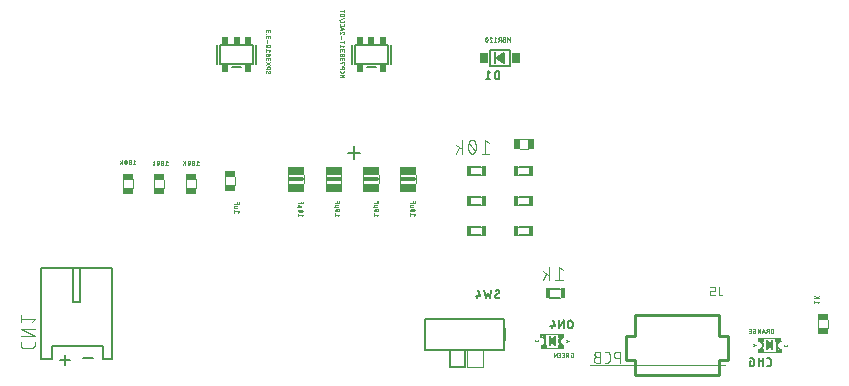
<source format=gbr>
G04 EAGLE Gerber RS-274X export*
G75*
%MOMM*%
%FSLAX34Y34*%
%LPD*%
%INSilkscreen Bottom*%
%IPPOS*%
%AMOC8*
5,1,8,0,0,1.08239X$1,22.5*%
G01*
%ADD10C,0.152400*%
%ADD11C,0.101600*%
%ADD12R,1.450100X0.750100*%
%ADD13C,0.304800*%
%ADD14C,0.050800*%
%ADD15R,0.950000X0.500100*%
%ADD16C,0.076200*%
%ADD17C,0.025400*%
%ADD18R,0.500000X0.325000*%
%ADD19R,0.250000X0.150000*%
%ADD20R,0.175000X0.400000*%
%ADD21R,0.262000X0.300000*%
%ADD22R,0.075000X0.325000*%
%ADD23R,0.190500X0.889000*%
%ADD24C,0.203200*%
%ADD25R,0.750000X0.850000*%
%ADD26R,0.200000X1.000000*%
%ADD27C,0.254000*%
%ADD28R,0.406400X0.863600*%
%ADD29R,0.500100X0.950000*%
%ADD30C,0.127000*%
%ADD31C,0.000000*%
%ADD32R,0.500000X0.650000*%
%ADD33C,0.177800*%

G36*
X1086517Y593734D02*
X1086517Y593734D01*
X1086535Y593732D01*
X1086637Y593760D01*
X1086740Y593782D01*
X1086755Y593791D01*
X1086772Y593796D01*
X1086917Y593881D01*
X1091997Y597691D01*
X1092000Y597694D01*
X1092004Y597696D01*
X1092085Y597783D01*
X1092167Y597868D01*
X1092169Y597872D01*
X1092172Y597875D01*
X1092222Y597984D01*
X1092272Y598091D01*
X1092272Y598095D01*
X1092274Y598099D01*
X1092287Y598217D01*
X1092300Y598335D01*
X1092300Y598339D01*
X1092300Y598344D01*
X1092274Y598460D01*
X1092250Y598576D01*
X1092247Y598580D01*
X1092246Y598584D01*
X1092185Y598686D01*
X1092125Y598788D01*
X1092121Y598791D01*
X1092119Y598794D01*
X1091997Y598909D01*
X1086917Y602719D01*
X1086901Y602727D01*
X1086888Y602740D01*
X1086873Y602747D01*
X1086865Y602753D01*
X1086815Y602773D01*
X1086792Y602784D01*
X1086699Y602833D01*
X1086681Y602836D01*
X1086665Y602843D01*
X1086560Y602855D01*
X1086456Y602871D01*
X1086438Y602868D01*
X1086421Y602870D01*
X1086318Y602848D01*
X1086213Y602830D01*
X1086198Y602822D01*
X1086180Y602818D01*
X1086090Y602764D01*
X1085997Y602714D01*
X1085984Y602701D01*
X1085969Y602692D01*
X1085900Y602612D01*
X1085828Y602535D01*
X1085821Y602518D01*
X1085809Y602505D01*
X1085770Y602407D01*
X1085726Y602311D01*
X1085724Y602293D01*
X1085717Y602277D01*
X1085699Y602110D01*
X1085699Y594490D01*
X1085702Y594472D01*
X1085700Y594455D01*
X1085721Y594351D01*
X1085739Y594247D01*
X1085747Y594232D01*
X1085751Y594214D01*
X1085804Y594123D01*
X1085854Y594030D01*
X1085866Y594018D01*
X1085876Y594002D01*
X1085955Y593933D01*
X1086032Y593861D01*
X1086048Y593853D01*
X1086062Y593841D01*
X1086159Y593801D01*
X1086255Y593757D01*
X1086273Y593755D01*
X1086289Y593748D01*
X1086395Y593741D01*
X1086499Y593730D01*
X1086517Y593734D01*
G37*
G36*
X907662Y597132D02*
X907662Y597132D01*
X907679Y597130D01*
X907782Y597152D01*
X907887Y597170D01*
X907902Y597178D01*
X907920Y597182D01*
X908010Y597236D01*
X908104Y597286D01*
X908116Y597299D01*
X908131Y597308D01*
X908200Y597388D01*
X908272Y597465D01*
X908279Y597482D01*
X908291Y597495D01*
X908330Y597593D01*
X908374Y597689D01*
X908376Y597707D01*
X908383Y597723D01*
X908401Y597890D01*
X908401Y605510D01*
X908399Y605527D01*
X908400Y605542D01*
X908400Y605545D01*
X908379Y605649D01*
X908362Y605753D01*
X908353Y605768D01*
X908350Y605786D01*
X908296Y605877D01*
X908246Y605970D01*
X908234Y605982D01*
X908225Y605998D01*
X908145Y606067D01*
X908068Y606140D01*
X908052Y606147D01*
X908038Y606159D01*
X907941Y606199D01*
X907845Y606243D01*
X907827Y606245D01*
X907811Y606252D01*
X907705Y606259D01*
X907601Y606270D01*
X907583Y606266D01*
X907565Y606268D01*
X907463Y606240D01*
X907390Y606224D01*
X907387Y606224D01*
X907360Y606218D01*
X907345Y606209D01*
X907328Y606204D01*
X907183Y606119D01*
X902103Y602309D01*
X902100Y602306D01*
X902097Y602304D01*
X902015Y602217D01*
X901933Y602132D01*
X901931Y602128D01*
X901928Y602125D01*
X901878Y602016D01*
X901828Y601909D01*
X901828Y601905D01*
X901826Y601901D01*
X901813Y601783D01*
X901800Y601665D01*
X901800Y601661D01*
X901800Y601656D01*
X901826Y601540D01*
X901851Y601424D01*
X901853Y601420D01*
X901854Y601416D01*
X901915Y601314D01*
X901976Y601212D01*
X901979Y601209D01*
X901981Y601206D01*
X902103Y601091D01*
X907183Y597281D01*
X907199Y597273D01*
X907212Y597261D01*
X907308Y597216D01*
X907401Y597167D01*
X907419Y597164D01*
X907435Y597157D01*
X907540Y597145D01*
X907644Y597129D01*
X907662Y597132D01*
G37*
G36*
X862745Y838293D02*
X862745Y838293D01*
X862816Y838291D01*
X862885Y838309D01*
X862956Y838318D01*
X863022Y838345D01*
X863091Y838363D01*
X863152Y838400D01*
X863218Y838427D01*
X863274Y838472D01*
X863336Y838509D01*
X863385Y838560D01*
X863440Y838605D01*
X863481Y838664D01*
X863530Y838716D01*
X863563Y838779D01*
X863604Y838837D01*
X863627Y838905D01*
X863660Y838969D01*
X863670Y839028D01*
X863697Y839106D01*
X863703Y839225D01*
X863715Y839300D01*
X863715Y843300D01*
X863705Y843371D01*
X863705Y843443D01*
X863685Y843511D01*
X863675Y843582D01*
X863646Y843647D01*
X863626Y843716D01*
X863588Y843776D01*
X863559Y843841D01*
X863513Y843896D01*
X863475Y843956D01*
X863422Y844004D01*
X863376Y844058D01*
X863316Y844098D01*
X863262Y844145D01*
X863198Y844176D01*
X863139Y844216D01*
X863071Y844237D01*
X863006Y844268D01*
X862936Y844280D01*
X862868Y844301D01*
X862796Y844303D01*
X862726Y844315D01*
X862655Y844307D01*
X862584Y844309D01*
X862514Y844290D01*
X862443Y844282D01*
X862388Y844257D01*
X862309Y844237D01*
X862206Y844176D01*
X862137Y844145D01*
X859137Y842145D01*
X859050Y842068D01*
X858960Y841995D01*
X858945Y841973D01*
X858925Y841955D01*
X858863Y841858D01*
X858796Y841763D01*
X858788Y841737D01*
X858773Y841715D01*
X858741Y841604D01*
X858703Y841494D01*
X858702Y841467D01*
X858695Y841442D01*
X858695Y841326D01*
X858689Y841210D01*
X858695Y841184D01*
X858695Y841157D01*
X858727Y841046D01*
X858753Y840933D01*
X858766Y840910D01*
X858774Y840884D01*
X858836Y840786D01*
X858892Y840685D01*
X858910Y840669D01*
X858925Y840644D01*
X859133Y840459D01*
X859137Y840455D01*
X862137Y838455D01*
X862201Y838424D01*
X862261Y838385D01*
X862329Y838363D01*
X862393Y838332D01*
X862464Y838320D01*
X862532Y838299D01*
X862603Y838297D01*
X862674Y838285D01*
X862745Y838293D01*
G37*
D10*
X737084Y755762D02*
X737084Y766599D01*
X731665Y761181D02*
X742502Y761181D01*
D11*
X776400Y742710D02*
X776400Y735090D01*
X789600Y735090D02*
X789600Y742460D01*
D12*
X782989Y746072D03*
X782989Y731594D03*
D13*
X777920Y738900D02*
X788080Y738900D01*
D14*
X788366Y708873D02*
X787576Y707885D01*
X788366Y708873D02*
X784810Y708873D01*
X784810Y707885D02*
X784810Y709861D01*
X786588Y711544D02*
X786690Y711546D01*
X786792Y711551D01*
X786894Y711560D01*
X786996Y711572D01*
X787097Y711588D01*
X787197Y711608D01*
X787297Y711631D01*
X787395Y711657D01*
X787493Y711687D01*
X787590Y711721D01*
X787685Y711757D01*
X787779Y711797D01*
X787872Y711840D01*
X787922Y711859D01*
X787970Y711881D01*
X788017Y711908D01*
X788061Y711937D01*
X788103Y711970D01*
X788143Y712005D01*
X788180Y712044D01*
X788214Y712085D01*
X788245Y712128D01*
X788273Y712174D01*
X788297Y712221D01*
X788318Y712270D01*
X788335Y712321D01*
X788349Y712372D01*
X788358Y712425D01*
X788364Y712478D01*
X788366Y712531D01*
X788364Y712584D01*
X788358Y712637D01*
X788349Y712690D01*
X788335Y712741D01*
X788318Y712792D01*
X788297Y712841D01*
X788273Y712888D01*
X788245Y712934D01*
X788214Y712977D01*
X788180Y713018D01*
X788143Y713057D01*
X788103Y713092D01*
X788061Y713125D01*
X788017Y713155D01*
X787970Y713181D01*
X787922Y713203D01*
X787872Y713222D01*
X787779Y713265D01*
X787685Y713305D01*
X787590Y713341D01*
X787493Y713375D01*
X787395Y713405D01*
X787297Y713431D01*
X787197Y713454D01*
X787097Y713474D01*
X786996Y713490D01*
X786894Y713502D01*
X786792Y713511D01*
X786690Y713516D01*
X786588Y713518D01*
X786588Y711543D02*
X786486Y711545D01*
X786384Y711550D01*
X786282Y711559D01*
X786180Y711571D01*
X786079Y711587D01*
X785979Y711607D01*
X785879Y711630D01*
X785780Y711656D01*
X785683Y711686D01*
X785586Y711720D01*
X785491Y711756D01*
X785396Y711796D01*
X785304Y711839D01*
X785304Y711840D02*
X785254Y711859D01*
X785206Y711881D01*
X785159Y711908D01*
X785115Y711937D01*
X785073Y711970D01*
X785033Y712005D01*
X784996Y712044D01*
X784962Y712085D01*
X784931Y712128D01*
X784903Y712174D01*
X784879Y712221D01*
X784858Y712270D01*
X784841Y712321D01*
X784827Y712372D01*
X784818Y712425D01*
X784812Y712478D01*
X784810Y712531D01*
X785304Y713223D02*
X785396Y713266D01*
X785491Y713306D01*
X785586Y713342D01*
X785683Y713376D01*
X785780Y713406D01*
X785879Y713432D01*
X785979Y713455D01*
X786079Y713475D01*
X786180Y713491D01*
X786282Y713503D01*
X786384Y713512D01*
X786486Y713517D01*
X786588Y713519D01*
X785304Y713222D02*
X785254Y713203D01*
X785206Y713181D01*
X785159Y713154D01*
X785115Y713125D01*
X785073Y713092D01*
X785033Y713057D01*
X784996Y713018D01*
X784962Y712977D01*
X784931Y712934D01*
X784903Y712888D01*
X784879Y712841D01*
X784858Y712792D01*
X784841Y712741D01*
X784827Y712690D01*
X784818Y712637D01*
X784812Y712584D01*
X784810Y712531D01*
X785600Y711741D02*
X787576Y713321D01*
X787181Y715276D02*
X785403Y715276D01*
X785356Y715278D01*
X785310Y715283D01*
X785265Y715292D01*
X785220Y715305D01*
X785176Y715321D01*
X785134Y715341D01*
X785093Y715363D01*
X785054Y715389D01*
X785018Y715418D01*
X784984Y715450D01*
X784952Y715484D01*
X784923Y715520D01*
X784897Y715559D01*
X784875Y715600D01*
X784855Y715642D01*
X784839Y715686D01*
X784826Y715731D01*
X784817Y715776D01*
X784812Y715822D01*
X784810Y715869D01*
X784810Y716857D01*
X787181Y716857D01*
X788366Y718746D02*
X784810Y718746D01*
X788366Y718746D02*
X788366Y720326D01*
X786786Y720326D02*
X786786Y718746D01*
D11*
X681600Y735090D02*
X681600Y742710D01*
X694800Y742460D02*
X694800Y735090D01*
D12*
X688189Y746072D03*
X688189Y731594D03*
D13*
X683120Y738900D02*
X693280Y738900D01*
D14*
X693566Y708251D02*
X692776Y707264D01*
X693566Y708251D02*
X690010Y708251D01*
X690010Y707264D02*
X690010Y709239D01*
X691788Y710922D02*
X691890Y710924D01*
X691992Y710929D01*
X692094Y710938D01*
X692196Y710950D01*
X692297Y710966D01*
X692397Y710986D01*
X692497Y711009D01*
X692595Y711035D01*
X692693Y711065D01*
X692790Y711099D01*
X692885Y711135D01*
X692979Y711175D01*
X693072Y711218D01*
X693122Y711237D01*
X693170Y711259D01*
X693217Y711286D01*
X693261Y711315D01*
X693303Y711348D01*
X693343Y711383D01*
X693380Y711422D01*
X693414Y711463D01*
X693445Y711506D01*
X693473Y711552D01*
X693497Y711599D01*
X693518Y711648D01*
X693535Y711699D01*
X693549Y711750D01*
X693558Y711803D01*
X693564Y711856D01*
X693566Y711909D01*
X693564Y711962D01*
X693558Y712015D01*
X693549Y712068D01*
X693535Y712119D01*
X693518Y712170D01*
X693497Y712219D01*
X693473Y712266D01*
X693445Y712312D01*
X693414Y712355D01*
X693380Y712396D01*
X693343Y712435D01*
X693303Y712470D01*
X693261Y712503D01*
X693217Y712533D01*
X693170Y712559D01*
X693122Y712581D01*
X693072Y712600D01*
X692979Y712643D01*
X692885Y712683D01*
X692790Y712719D01*
X692693Y712753D01*
X692595Y712783D01*
X692497Y712809D01*
X692397Y712832D01*
X692297Y712852D01*
X692196Y712868D01*
X692094Y712880D01*
X691992Y712889D01*
X691890Y712894D01*
X691788Y712896D01*
X691788Y710921D02*
X691686Y710923D01*
X691584Y710928D01*
X691482Y710937D01*
X691380Y710949D01*
X691279Y710965D01*
X691179Y710985D01*
X691079Y711008D01*
X690980Y711034D01*
X690883Y711064D01*
X690786Y711098D01*
X690691Y711134D01*
X690596Y711174D01*
X690504Y711217D01*
X690504Y711218D02*
X690454Y711237D01*
X690406Y711259D01*
X690359Y711286D01*
X690315Y711315D01*
X690273Y711348D01*
X690233Y711383D01*
X690196Y711422D01*
X690162Y711463D01*
X690131Y711506D01*
X690103Y711552D01*
X690079Y711599D01*
X690058Y711648D01*
X690041Y711699D01*
X690027Y711750D01*
X690018Y711803D01*
X690012Y711856D01*
X690010Y711909D01*
X690504Y712601D02*
X690596Y712644D01*
X690691Y712684D01*
X690786Y712720D01*
X690883Y712754D01*
X690980Y712784D01*
X691079Y712810D01*
X691179Y712833D01*
X691279Y712853D01*
X691380Y712869D01*
X691482Y712881D01*
X691584Y712890D01*
X691686Y712895D01*
X691788Y712897D01*
X690504Y712600D02*
X690454Y712581D01*
X690406Y712559D01*
X690359Y712532D01*
X690315Y712503D01*
X690273Y712470D01*
X690233Y712435D01*
X690196Y712396D01*
X690162Y712355D01*
X690131Y712312D01*
X690103Y712266D01*
X690079Y712219D01*
X690058Y712170D01*
X690041Y712119D01*
X690027Y712068D01*
X690018Y712015D01*
X690012Y711962D01*
X690010Y711909D01*
X690800Y711119D02*
X692776Y712699D01*
X692381Y714823D02*
X688825Y714823D01*
X690800Y716404D02*
X692381Y716404D01*
X690800Y716403D02*
X690745Y716401D01*
X690690Y716395D01*
X690636Y716386D01*
X690582Y716372D01*
X690530Y716355D01*
X690479Y716335D01*
X690429Y716311D01*
X690381Y716283D01*
X690336Y716252D01*
X690292Y716218D01*
X690251Y716181D01*
X690213Y716142D01*
X690177Y716099D01*
X690145Y716055D01*
X690116Y716008D01*
X690090Y715959D01*
X690068Y715909D01*
X690049Y715857D01*
X690033Y715804D01*
X690022Y715750D01*
X690014Y715696D01*
X690010Y715641D01*
X690010Y715585D01*
X690014Y715530D01*
X690022Y715476D01*
X690033Y715422D01*
X690049Y715369D01*
X690068Y715317D01*
X690090Y715267D01*
X690116Y715218D01*
X690145Y715171D01*
X690177Y715127D01*
X690213Y715084D01*
X690251Y715045D01*
X690292Y715008D01*
X690336Y714974D01*
X690381Y714943D01*
X690429Y714915D01*
X690479Y714891D01*
X690530Y714871D01*
X690582Y714854D01*
X690636Y714840D01*
X690690Y714831D01*
X690745Y714825D01*
X690800Y714823D01*
X690800Y716404D02*
X690405Y716404D01*
X690366Y716406D01*
X690328Y716412D01*
X690290Y716421D01*
X690254Y716434D01*
X690219Y716451D01*
X690186Y716471D01*
X690154Y716494D01*
X690126Y716520D01*
X690100Y716548D01*
X690077Y716580D01*
X690057Y716613D01*
X690040Y716648D01*
X690027Y716684D01*
X690018Y716722D01*
X690012Y716760D01*
X690010Y716799D01*
X690010Y718246D02*
X693566Y718246D01*
X693566Y719826D01*
X691986Y719826D02*
X691986Y718246D01*
D11*
X627680Y733740D02*
X627680Y740860D01*
X636190Y740860D02*
X636190Y733740D01*
D15*
X631949Y743182D03*
X631949Y731498D03*
D14*
X639366Y711471D02*
X638576Y710483D01*
X639366Y711471D02*
X635810Y711471D01*
X635810Y710483D02*
X635810Y712459D01*
X636403Y714216D02*
X638181Y714216D01*
X636403Y714216D02*
X636356Y714218D01*
X636310Y714223D01*
X636265Y714232D01*
X636220Y714245D01*
X636176Y714261D01*
X636134Y714281D01*
X636093Y714303D01*
X636054Y714329D01*
X636018Y714358D01*
X635984Y714390D01*
X635952Y714424D01*
X635923Y714460D01*
X635897Y714499D01*
X635875Y714540D01*
X635855Y714582D01*
X635839Y714626D01*
X635826Y714671D01*
X635817Y714716D01*
X635812Y714762D01*
X635810Y714809D01*
X635810Y715797D01*
X638181Y715797D01*
X639366Y717686D02*
X635810Y717686D01*
X639366Y717686D02*
X639366Y719266D01*
X637786Y719266D02*
X637786Y717686D01*
D11*
X744800Y735090D02*
X744800Y742710D01*
X758000Y742460D02*
X758000Y735090D01*
D12*
X751389Y746072D03*
X751389Y731594D03*
D13*
X746320Y738900D02*
X756480Y738900D01*
D14*
X757766Y708751D02*
X756976Y707764D01*
X757766Y708751D02*
X754210Y708751D01*
X754210Y707764D02*
X754210Y709739D01*
X755988Y711422D02*
X756090Y711424D01*
X756192Y711429D01*
X756294Y711438D01*
X756396Y711450D01*
X756497Y711466D01*
X756597Y711486D01*
X756697Y711509D01*
X756795Y711535D01*
X756893Y711565D01*
X756990Y711599D01*
X757085Y711635D01*
X757179Y711675D01*
X757272Y711718D01*
X757322Y711737D01*
X757370Y711759D01*
X757417Y711786D01*
X757461Y711815D01*
X757503Y711848D01*
X757543Y711883D01*
X757580Y711922D01*
X757614Y711963D01*
X757645Y712006D01*
X757673Y712052D01*
X757697Y712099D01*
X757718Y712148D01*
X757735Y712199D01*
X757749Y712250D01*
X757758Y712303D01*
X757764Y712356D01*
X757766Y712409D01*
X757764Y712462D01*
X757758Y712515D01*
X757749Y712568D01*
X757735Y712619D01*
X757718Y712670D01*
X757697Y712719D01*
X757673Y712766D01*
X757645Y712812D01*
X757614Y712855D01*
X757580Y712896D01*
X757543Y712935D01*
X757503Y712970D01*
X757461Y713003D01*
X757417Y713033D01*
X757370Y713059D01*
X757322Y713081D01*
X757272Y713100D01*
X757179Y713143D01*
X757085Y713183D01*
X756990Y713219D01*
X756893Y713253D01*
X756795Y713283D01*
X756697Y713309D01*
X756597Y713332D01*
X756497Y713352D01*
X756396Y713368D01*
X756294Y713380D01*
X756192Y713389D01*
X756090Y713394D01*
X755988Y713396D01*
X755988Y711421D02*
X755886Y711423D01*
X755784Y711428D01*
X755682Y711437D01*
X755580Y711449D01*
X755479Y711465D01*
X755379Y711485D01*
X755279Y711508D01*
X755180Y711534D01*
X755083Y711564D01*
X754986Y711598D01*
X754891Y711634D01*
X754796Y711674D01*
X754704Y711717D01*
X754704Y711718D02*
X754654Y711737D01*
X754606Y711759D01*
X754559Y711786D01*
X754515Y711815D01*
X754473Y711848D01*
X754433Y711883D01*
X754396Y711922D01*
X754362Y711963D01*
X754331Y712006D01*
X754303Y712052D01*
X754279Y712099D01*
X754258Y712148D01*
X754241Y712199D01*
X754227Y712250D01*
X754218Y712303D01*
X754212Y712356D01*
X754210Y712409D01*
X754704Y713101D02*
X754796Y713144D01*
X754891Y713184D01*
X754986Y713220D01*
X755083Y713254D01*
X755180Y713284D01*
X755279Y713310D01*
X755379Y713333D01*
X755479Y713353D01*
X755580Y713369D01*
X755682Y713381D01*
X755784Y713390D01*
X755886Y713395D01*
X755988Y713397D01*
X754704Y713100D02*
X754654Y713081D01*
X754606Y713059D01*
X754559Y713032D01*
X754515Y713003D01*
X754473Y712970D01*
X754433Y712935D01*
X754396Y712896D01*
X754362Y712855D01*
X754331Y712812D01*
X754303Y712766D01*
X754279Y712719D01*
X754258Y712670D01*
X754241Y712619D01*
X754227Y712568D01*
X754218Y712515D01*
X754212Y712462D01*
X754210Y712409D01*
X755000Y711619D02*
X756976Y713199D01*
X756581Y715323D02*
X753025Y715323D01*
X755000Y716904D02*
X756581Y716904D01*
X755000Y716903D02*
X754945Y716901D01*
X754890Y716895D01*
X754836Y716886D01*
X754782Y716872D01*
X754730Y716855D01*
X754679Y716835D01*
X754629Y716811D01*
X754581Y716783D01*
X754536Y716752D01*
X754492Y716718D01*
X754451Y716681D01*
X754413Y716642D01*
X754377Y716599D01*
X754345Y716555D01*
X754316Y716508D01*
X754290Y716459D01*
X754268Y716409D01*
X754249Y716357D01*
X754233Y716304D01*
X754222Y716250D01*
X754214Y716196D01*
X754210Y716141D01*
X754210Y716085D01*
X754214Y716030D01*
X754222Y715976D01*
X754233Y715922D01*
X754249Y715869D01*
X754268Y715817D01*
X754290Y715767D01*
X754316Y715718D01*
X754345Y715671D01*
X754377Y715627D01*
X754413Y715584D01*
X754451Y715545D01*
X754492Y715508D01*
X754536Y715474D01*
X754581Y715443D01*
X754629Y715415D01*
X754679Y715391D01*
X754730Y715371D01*
X754782Y715354D01*
X754836Y715340D01*
X754890Y715331D01*
X754945Y715325D01*
X755000Y715323D01*
X755000Y716904D02*
X754605Y716904D01*
X754566Y716906D01*
X754528Y716912D01*
X754490Y716921D01*
X754454Y716934D01*
X754419Y716951D01*
X754386Y716971D01*
X754354Y716994D01*
X754326Y717020D01*
X754300Y717048D01*
X754277Y717080D01*
X754257Y717113D01*
X754240Y717148D01*
X754227Y717184D01*
X754218Y717222D01*
X754212Y717260D01*
X754210Y717299D01*
X754210Y718746D02*
X757766Y718746D01*
X757766Y720326D01*
X756186Y720326D02*
X756186Y718746D01*
D11*
X713200Y735090D02*
X713200Y742710D01*
X726400Y742460D02*
X726400Y735090D01*
D12*
X719789Y746072D03*
X719789Y731594D03*
D13*
X714720Y738900D02*
X724880Y738900D01*
D14*
X724666Y708751D02*
X723876Y707764D01*
X724666Y708751D02*
X721110Y708751D01*
X721110Y707764D02*
X721110Y709739D01*
X722888Y711422D02*
X722990Y711424D01*
X723092Y711429D01*
X723194Y711438D01*
X723296Y711450D01*
X723397Y711466D01*
X723497Y711486D01*
X723597Y711509D01*
X723695Y711535D01*
X723793Y711565D01*
X723890Y711599D01*
X723985Y711635D01*
X724079Y711675D01*
X724172Y711718D01*
X724222Y711737D01*
X724270Y711759D01*
X724317Y711786D01*
X724361Y711815D01*
X724403Y711848D01*
X724443Y711883D01*
X724480Y711922D01*
X724514Y711963D01*
X724545Y712006D01*
X724573Y712052D01*
X724597Y712099D01*
X724618Y712148D01*
X724635Y712199D01*
X724649Y712250D01*
X724658Y712303D01*
X724664Y712356D01*
X724666Y712409D01*
X724664Y712462D01*
X724658Y712515D01*
X724649Y712568D01*
X724635Y712619D01*
X724618Y712670D01*
X724597Y712719D01*
X724573Y712766D01*
X724545Y712812D01*
X724514Y712855D01*
X724480Y712896D01*
X724443Y712935D01*
X724403Y712970D01*
X724361Y713003D01*
X724317Y713033D01*
X724270Y713059D01*
X724222Y713081D01*
X724172Y713100D01*
X724079Y713143D01*
X723985Y713183D01*
X723890Y713219D01*
X723793Y713253D01*
X723695Y713283D01*
X723597Y713309D01*
X723497Y713332D01*
X723397Y713352D01*
X723296Y713368D01*
X723194Y713380D01*
X723092Y713389D01*
X722990Y713394D01*
X722888Y713396D01*
X722888Y711421D02*
X722786Y711423D01*
X722684Y711428D01*
X722582Y711437D01*
X722480Y711449D01*
X722379Y711465D01*
X722279Y711485D01*
X722179Y711508D01*
X722080Y711534D01*
X721983Y711564D01*
X721886Y711598D01*
X721791Y711634D01*
X721696Y711674D01*
X721604Y711717D01*
X721604Y711718D02*
X721554Y711737D01*
X721506Y711759D01*
X721459Y711786D01*
X721415Y711815D01*
X721373Y711848D01*
X721333Y711883D01*
X721296Y711922D01*
X721262Y711963D01*
X721231Y712006D01*
X721203Y712052D01*
X721179Y712099D01*
X721158Y712148D01*
X721141Y712199D01*
X721127Y712250D01*
X721118Y712303D01*
X721112Y712356D01*
X721110Y712409D01*
X721604Y713101D02*
X721696Y713144D01*
X721791Y713184D01*
X721886Y713220D01*
X721983Y713254D01*
X722080Y713284D01*
X722179Y713310D01*
X722279Y713333D01*
X722379Y713353D01*
X722480Y713369D01*
X722582Y713381D01*
X722684Y713390D01*
X722786Y713395D01*
X722888Y713397D01*
X721604Y713100D02*
X721554Y713081D01*
X721506Y713059D01*
X721459Y713032D01*
X721415Y713003D01*
X721373Y712970D01*
X721333Y712935D01*
X721296Y712896D01*
X721262Y712855D01*
X721231Y712812D01*
X721203Y712766D01*
X721179Y712719D01*
X721158Y712670D01*
X721141Y712619D01*
X721127Y712568D01*
X721118Y712515D01*
X721112Y712462D01*
X721110Y712409D01*
X721900Y711619D02*
X723876Y713199D01*
X723481Y715323D02*
X719925Y715323D01*
X721900Y716904D02*
X723481Y716904D01*
X721900Y716903D02*
X721845Y716901D01*
X721790Y716895D01*
X721736Y716886D01*
X721682Y716872D01*
X721630Y716855D01*
X721579Y716835D01*
X721529Y716811D01*
X721481Y716783D01*
X721436Y716752D01*
X721392Y716718D01*
X721351Y716681D01*
X721313Y716642D01*
X721277Y716599D01*
X721245Y716555D01*
X721216Y716508D01*
X721190Y716459D01*
X721168Y716409D01*
X721149Y716357D01*
X721133Y716304D01*
X721122Y716250D01*
X721114Y716196D01*
X721110Y716141D01*
X721110Y716085D01*
X721114Y716030D01*
X721122Y715976D01*
X721133Y715922D01*
X721149Y715869D01*
X721168Y715817D01*
X721190Y715767D01*
X721216Y715718D01*
X721245Y715671D01*
X721277Y715627D01*
X721313Y715584D01*
X721351Y715545D01*
X721392Y715508D01*
X721436Y715474D01*
X721481Y715443D01*
X721529Y715415D01*
X721579Y715391D01*
X721630Y715371D01*
X721682Y715354D01*
X721736Y715340D01*
X721790Y715331D01*
X721845Y715325D01*
X721900Y715323D01*
X721900Y716904D02*
X721505Y716904D01*
X721466Y716906D01*
X721428Y716912D01*
X721390Y716921D01*
X721354Y716934D01*
X721319Y716951D01*
X721286Y716971D01*
X721254Y716994D01*
X721226Y717020D01*
X721200Y717048D01*
X721177Y717080D01*
X721157Y717113D01*
X721140Y717148D01*
X721127Y717184D01*
X721118Y717222D01*
X721112Y717260D01*
X721110Y717299D01*
X721110Y718746D02*
X724666Y718746D01*
X724666Y720326D01*
X723086Y720326D02*
X723086Y718746D01*
D11*
X1098250Y601800D02*
X1098134Y601780D01*
X1098018Y601756D01*
X1097903Y601729D01*
X1097789Y601697D01*
X1097677Y601662D01*
X1097565Y601623D01*
X1097455Y601580D01*
X1097346Y601534D01*
X1097239Y601484D01*
X1097134Y601430D01*
X1097031Y601373D01*
X1096929Y601313D01*
X1096830Y601249D01*
X1096733Y601182D01*
X1096638Y601112D01*
X1096545Y601038D01*
X1096455Y600962D01*
X1096368Y600882D01*
X1096283Y600800D01*
X1096201Y600715D01*
X1096122Y600627D01*
X1096046Y600537D01*
X1095973Y600444D01*
X1095903Y600349D01*
X1095836Y600252D01*
X1095773Y600152D01*
X1095713Y600050D01*
X1095656Y599947D01*
X1095603Y599841D01*
X1095553Y599734D01*
X1095507Y599625D01*
X1095465Y599515D01*
X1095426Y599403D01*
X1095391Y599291D01*
X1095360Y599177D01*
X1095333Y599062D01*
X1095309Y598946D01*
X1095290Y598829D01*
X1095274Y598712D01*
X1095262Y598595D01*
X1095254Y598477D01*
X1095250Y598359D01*
X1095250Y598241D01*
X1095254Y598123D01*
X1095262Y598005D01*
X1095274Y597888D01*
X1095290Y597771D01*
X1095309Y597654D01*
X1095333Y597538D01*
X1095360Y597423D01*
X1095391Y597309D01*
X1095426Y597197D01*
X1095465Y597085D01*
X1095507Y596975D01*
X1095553Y596866D01*
X1095603Y596759D01*
X1095656Y596653D01*
X1095713Y596550D01*
X1095773Y596448D01*
X1095836Y596348D01*
X1095903Y596251D01*
X1095973Y596156D01*
X1096046Y596063D01*
X1096122Y595973D01*
X1096201Y595885D01*
X1096283Y595800D01*
X1096368Y595718D01*
X1096455Y595638D01*
X1096545Y595562D01*
X1096638Y595488D01*
X1096733Y595418D01*
X1096830Y595351D01*
X1096929Y595287D01*
X1097031Y595227D01*
X1097134Y595170D01*
X1097239Y595116D01*
X1097346Y595066D01*
X1097455Y595020D01*
X1097565Y594977D01*
X1097677Y594938D01*
X1097789Y594903D01*
X1097903Y594871D01*
X1098018Y594844D01*
X1098134Y594820D01*
X1098250Y594800D01*
X1079750Y594800D02*
X1079866Y594820D01*
X1079982Y594844D01*
X1080097Y594871D01*
X1080211Y594903D01*
X1080323Y594938D01*
X1080435Y594977D01*
X1080545Y595020D01*
X1080654Y595066D01*
X1080761Y595116D01*
X1080866Y595170D01*
X1080969Y595227D01*
X1081071Y595287D01*
X1081170Y595351D01*
X1081267Y595418D01*
X1081362Y595488D01*
X1081455Y595562D01*
X1081545Y595638D01*
X1081632Y595718D01*
X1081717Y595800D01*
X1081799Y595885D01*
X1081878Y595973D01*
X1081954Y596063D01*
X1082027Y596156D01*
X1082097Y596251D01*
X1082164Y596348D01*
X1082227Y596448D01*
X1082287Y596550D01*
X1082344Y596653D01*
X1082397Y596759D01*
X1082447Y596866D01*
X1082493Y596975D01*
X1082535Y597085D01*
X1082574Y597197D01*
X1082609Y597309D01*
X1082640Y597423D01*
X1082667Y597538D01*
X1082691Y597654D01*
X1082710Y597771D01*
X1082726Y597888D01*
X1082738Y598005D01*
X1082746Y598123D01*
X1082750Y598241D01*
X1082750Y598359D01*
X1082746Y598477D01*
X1082738Y598595D01*
X1082726Y598712D01*
X1082710Y598829D01*
X1082691Y598946D01*
X1082667Y599062D01*
X1082640Y599177D01*
X1082609Y599291D01*
X1082574Y599403D01*
X1082535Y599515D01*
X1082493Y599625D01*
X1082447Y599734D01*
X1082397Y599841D01*
X1082344Y599947D01*
X1082287Y600050D01*
X1082227Y600152D01*
X1082164Y600252D01*
X1082097Y600349D01*
X1082027Y600444D01*
X1081954Y600537D01*
X1081878Y600627D01*
X1081799Y600715D01*
X1081717Y600800D01*
X1081632Y600882D01*
X1081545Y600962D01*
X1081455Y601038D01*
X1081362Y601112D01*
X1081267Y601182D01*
X1081170Y601249D01*
X1081071Y601313D01*
X1080969Y601373D01*
X1080866Y601430D01*
X1080761Y601484D01*
X1080654Y601534D01*
X1080545Y601580D01*
X1080435Y601623D01*
X1080323Y601662D01*
X1080211Y601697D01*
X1080097Y601729D01*
X1079982Y601756D01*
X1079866Y601780D01*
X1079750Y601800D01*
X1083750Y604050D02*
X1094250Y604050D01*
X1098250Y592550D02*
X1084000Y592550D01*
D16*
X1096470Y593800D02*
X1096472Y593864D01*
X1096478Y593928D01*
X1096488Y593991D01*
X1096502Y594054D01*
X1096519Y594115D01*
X1096541Y594176D01*
X1096566Y594234D01*
X1096595Y594292D01*
X1096627Y594347D01*
X1096663Y594400D01*
X1096702Y594451D01*
X1096744Y594499D01*
X1096789Y594545D01*
X1096837Y594588D01*
X1096887Y594628D01*
X1096939Y594664D01*
X1096994Y594697D01*
X1097051Y594727D01*
X1097110Y594753D01*
X1097170Y594776D01*
X1097231Y594794D01*
X1097293Y594809D01*
X1097356Y594820D01*
X1097420Y594827D01*
X1097484Y594830D01*
X1097548Y594829D01*
X1097612Y594824D01*
X1097675Y594815D01*
X1097738Y594802D01*
X1097800Y594785D01*
X1097861Y594765D01*
X1097920Y594741D01*
X1097978Y594713D01*
X1098033Y594681D01*
X1098087Y594646D01*
X1098139Y594608D01*
X1098188Y594567D01*
X1098234Y594523D01*
X1098277Y594476D01*
X1098318Y594426D01*
X1098355Y594374D01*
X1098389Y594320D01*
X1098420Y594263D01*
X1098447Y594205D01*
X1098470Y594146D01*
X1098490Y594085D01*
X1098506Y594022D01*
X1098518Y593960D01*
X1098526Y593896D01*
X1098530Y593832D01*
X1098530Y593768D01*
X1098526Y593704D01*
X1098518Y593640D01*
X1098506Y593578D01*
X1098490Y593515D01*
X1098470Y593454D01*
X1098447Y593395D01*
X1098420Y593337D01*
X1098389Y593280D01*
X1098355Y593226D01*
X1098318Y593174D01*
X1098277Y593124D01*
X1098234Y593077D01*
X1098188Y593033D01*
X1098139Y592992D01*
X1098087Y592954D01*
X1098033Y592919D01*
X1097978Y592887D01*
X1097920Y592859D01*
X1097861Y592835D01*
X1097800Y592815D01*
X1097738Y592798D01*
X1097675Y592785D01*
X1097612Y592776D01*
X1097548Y592771D01*
X1097484Y592770D01*
X1097420Y592773D01*
X1097356Y592780D01*
X1097293Y592791D01*
X1097231Y592806D01*
X1097170Y592824D01*
X1097110Y592847D01*
X1097051Y592873D01*
X1096994Y592903D01*
X1096939Y592936D01*
X1096887Y592972D01*
X1096837Y593012D01*
X1096789Y593055D01*
X1096744Y593101D01*
X1096702Y593149D01*
X1096663Y593200D01*
X1096627Y593253D01*
X1096595Y593308D01*
X1096566Y593366D01*
X1096541Y593424D01*
X1096519Y593485D01*
X1096502Y593546D01*
X1096488Y593609D01*
X1096478Y593672D01*
X1096472Y593736D01*
X1096470Y593800D01*
D17*
X1077413Y598189D02*
X1075127Y597427D01*
X1075127Y598951D02*
X1077413Y598189D01*
X1075699Y598761D02*
X1075699Y597618D01*
X1101127Y597935D02*
X1101127Y598443D01*
X1101127Y597935D02*
X1101129Y597891D01*
X1101135Y597847D01*
X1101144Y597804D01*
X1101158Y597761D01*
X1101175Y597720D01*
X1101195Y597681D01*
X1101219Y597644D01*
X1101246Y597608D01*
X1101276Y597576D01*
X1101308Y597546D01*
X1101344Y597519D01*
X1101381Y597495D01*
X1101420Y597475D01*
X1101461Y597458D01*
X1101504Y597444D01*
X1101547Y597435D01*
X1101591Y597429D01*
X1101635Y597427D01*
X1102905Y597427D01*
X1102949Y597429D01*
X1102993Y597435D01*
X1103036Y597444D01*
X1103079Y597458D01*
X1103120Y597475D01*
X1103159Y597495D01*
X1103196Y597519D01*
X1103232Y597546D01*
X1103264Y597576D01*
X1103294Y597608D01*
X1103321Y597644D01*
X1103345Y597681D01*
X1103365Y597720D01*
X1103382Y597761D01*
X1103396Y597804D01*
X1103405Y597847D01*
X1103411Y597891D01*
X1103413Y597935D01*
X1103413Y598443D01*
D18*
X1096500Y602925D03*
D19*
X1095250Y595800D03*
X1095250Y600800D03*
D20*
X1094875Y598300D03*
D18*
X1081500Y602925D03*
X1081500Y593675D03*
D19*
X1082750Y600800D03*
X1082750Y595800D03*
D20*
X1083125Y598300D03*
D21*
X1095310Y593800D03*
D22*
X1098625Y593675D03*
D23*
X1091358Y598300D03*
D10*
X1088362Y580774D02*
X1086894Y580774D01*
X1088362Y580774D02*
X1088436Y580776D01*
X1088511Y580782D01*
X1088584Y580791D01*
X1088658Y580804D01*
X1088730Y580821D01*
X1088801Y580841D01*
X1088872Y580865D01*
X1088941Y580893D01*
X1089009Y580924D01*
X1089074Y580958D01*
X1089139Y580996D01*
X1089201Y581037D01*
X1089261Y581081D01*
X1089318Y581128D01*
X1089373Y581178D01*
X1089426Y581231D01*
X1089476Y581286D01*
X1089523Y581343D01*
X1089567Y581403D01*
X1089608Y581465D01*
X1089646Y581530D01*
X1089680Y581596D01*
X1089711Y581663D01*
X1089739Y581732D01*
X1089763Y581803D01*
X1089783Y581874D01*
X1089800Y581947D01*
X1089813Y582020D01*
X1089822Y582094D01*
X1089828Y582168D01*
X1089830Y582242D01*
X1089829Y582242D02*
X1089829Y585910D01*
X1089830Y585910D02*
X1089828Y585984D01*
X1089822Y586059D01*
X1089813Y586132D01*
X1089800Y586205D01*
X1089783Y586278D01*
X1089763Y586349D01*
X1089739Y586420D01*
X1089711Y586489D01*
X1089680Y586556D01*
X1089646Y586622D01*
X1089608Y586687D01*
X1089567Y586749D01*
X1089523Y586809D01*
X1089476Y586866D01*
X1089426Y586921D01*
X1089373Y586974D01*
X1089318Y587024D01*
X1089261Y587071D01*
X1089201Y587115D01*
X1089139Y587156D01*
X1089074Y587194D01*
X1089009Y587228D01*
X1088941Y587259D01*
X1088872Y587287D01*
X1088802Y587311D01*
X1088730Y587331D01*
X1088658Y587348D01*
X1088584Y587361D01*
X1088511Y587370D01*
X1088436Y587376D01*
X1088362Y587378D01*
X1086894Y587378D01*
X1083454Y587378D02*
X1083454Y580774D01*
X1083454Y584443D02*
X1079785Y584443D01*
X1079785Y587378D02*
X1079785Y580774D01*
X1073083Y584443D02*
X1071982Y584443D01*
X1071982Y580774D01*
X1074183Y580774D01*
X1074257Y580776D01*
X1074332Y580782D01*
X1074405Y580791D01*
X1074479Y580804D01*
X1074551Y580821D01*
X1074622Y580841D01*
X1074693Y580865D01*
X1074762Y580893D01*
X1074830Y580924D01*
X1074895Y580958D01*
X1074960Y580996D01*
X1075022Y581037D01*
X1075082Y581081D01*
X1075139Y581128D01*
X1075194Y581178D01*
X1075247Y581231D01*
X1075297Y581286D01*
X1075344Y581343D01*
X1075388Y581403D01*
X1075429Y581465D01*
X1075467Y581530D01*
X1075501Y581596D01*
X1075532Y581663D01*
X1075560Y581732D01*
X1075584Y581803D01*
X1075604Y581874D01*
X1075621Y581947D01*
X1075634Y582020D01*
X1075643Y582094D01*
X1075649Y582168D01*
X1075651Y582242D01*
X1075651Y585910D01*
X1075649Y585984D01*
X1075643Y586059D01*
X1075634Y586132D01*
X1075621Y586205D01*
X1075604Y586278D01*
X1075584Y586349D01*
X1075560Y586420D01*
X1075532Y586489D01*
X1075501Y586556D01*
X1075467Y586622D01*
X1075429Y586687D01*
X1075388Y586749D01*
X1075344Y586809D01*
X1075297Y586866D01*
X1075247Y586921D01*
X1075194Y586974D01*
X1075139Y587024D01*
X1075082Y587071D01*
X1075022Y587115D01*
X1074960Y587156D01*
X1074895Y587194D01*
X1074830Y587228D01*
X1074762Y587259D01*
X1074693Y587287D01*
X1074623Y587311D01*
X1074551Y587331D01*
X1074479Y587348D01*
X1074405Y587361D01*
X1074332Y587370D01*
X1074257Y587376D01*
X1074183Y587378D01*
X1071982Y587378D01*
D14*
X1092083Y609448D02*
X1092083Y611028D01*
X1092081Y611090D01*
X1092075Y611152D01*
X1092065Y611213D01*
X1092052Y611274D01*
X1092035Y611333D01*
X1092014Y611392D01*
X1091989Y611449D01*
X1091961Y611504D01*
X1091929Y611557D01*
X1091894Y611609D01*
X1091856Y611658D01*
X1091815Y611704D01*
X1091771Y611748D01*
X1091725Y611789D01*
X1091676Y611827D01*
X1091624Y611862D01*
X1091571Y611894D01*
X1091516Y611922D01*
X1091459Y611947D01*
X1091400Y611968D01*
X1091341Y611985D01*
X1091280Y611998D01*
X1091219Y612008D01*
X1091157Y612014D01*
X1091095Y612016D01*
X1091033Y612014D01*
X1090971Y612008D01*
X1090910Y611998D01*
X1090849Y611985D01*
X1090790Y611968D01*
X1090731Y611947D01*
X1090674Y611922D01*
X1090619Y611894D01*
X1090566Y611862D01*
X1090514Y611827D01*
X1090465Y611789D01*
X1090419Y611748D01*
X1090375Y611704D01*
X1090334Y611658D01*
X1090296Y611609D01*
X1090261Y611557D01*
X1090229Y611504D01*
X1090201Y611449D01*
X1090176Y611392D01*
X1090155Y611333D01*
X1090138Y611274D01*
X1090125Y611213D01*
X1090115Y611152D01*
X1090109Y611090D01*
X1090107Y611028D01*
X1090108Y611028D02*
X1090108Y609448D01*
X1090107Y609448D02*
X1090109Y609386D01*
X1090115Y609324D01*
X1090125Y609263D01*
X1090138Y609202D01*
X1090155Y609143D01*
X1090176Y609084D01*
X1090201Y609027D01*
X1090229Y608972D01*
X1090261Y608919D01*
X1090296Y608867D01*
X1090334Y608818D01*
X1090375Y608772D01*
X1090419Y608728D01*
X1090465Y608687D01*
X1090514Y608649D01*
X1090566Y608614D01*
X1090619Y608582D01*
X1090674Y608554D01*
X1090731Y608529D01*
X1090790Y608508D01*
X1090849Y608491D01*
X1090910Y608478D01*
X1090971Y608468D01*
X1091033Y608462D01*
X1091095Y608460D01*
X1091157Y608462D01*
X1091219Y608468D01*
X1091280Y608478D01*
X1091341Y608491D01*
X1091400Y608508D01*
X1091459Y608529D01*
X1091516Y608554D01*
X1091571Y608582D01*
X1091624Y608614D01*
X1091676Y608649D01*
X1091725Y608687D01*
X1091771Y608728D01*
X1091815Y608772D01*
X1091856Y608818D01*
X1091894Y608867D01*
X1091929Y608919D01*
X1091961Y608972D01*
X1091989Y609027D01*
X1092014Y609084D01*
X1092035Y609143D01*
X1092052Y609202D01*
X1092065Y609263D01*
X1092075Y609324D01*
X1092081Y609386D01*
X1092083Y609448D01*
X1088273Y608460D02*
X1088273Y612016D01*
X1087286Y612016D01*
X1087224Y612014D01*
X1087162Y612008D01*
X1087101Y611998D01*
X1087040Y611985D01*
X1086981Y611968D01*
X1086922Y611947D01*
X1086865Y611922D01*
X1086810Y611894D01*
X1086757Y611862D01*
X1086705Y611827D01*
X1086656Y611789D01*
X1086610Y611748D01*
X1086566Y611704D01*
X1086525Y611658D01*
X1086487Y611609D01*
X1086452Y611557D01*
X1086420Y611504D01*
X1086392Y611449D01*
X1086367Y611392D01*
X1086346Y611333D01*
X1086329Y611274D01*
X1086316Y611213D01*
X1086306Y611152D01*
X1086300Y611090D01*
X1086298Y611028D01*
X1086300Y610966D01*
X1086306Y610904D01*
X1086316Y610843D01*
X1086329Y610782D01*
X1086346Y610723D01*
X1086367Y610664D01*
X1086392Y610607D01*
X1086420Y610552D01*
X1086452Y610499D01*
X1086487Y610447D01*
X1086525Y610398D01*
X1086566Y610352D01*
X1086610Y610308D01*
X1086656Y610267D01*
X1086705Y610229D01*
X1086757Y610194D01*
X1086810Y610162D01*
X1086865Y610134D01*
X1086922Y610109D01*
X1086981Y610088D01*
X1087040Y610071D01*
X1087101Y610058D01*
X1087162Y610048D01*
X1087224Y610042D01*
X1087286Y610040D01*
X1088273Y610040D01*
X1087088Y610040D02*
X1086298Y608460D01*
X1084844Y608460D02*
X1083658Y612016D01*
X1082473Y608460D01*
X1082769Y609349D02*
X1084547Y609349D01*
X1080867Y608460D02*
X1080867Y612016D01*
X1078891Y608460D01*
X1078891Y612016D01*
X1075582Y610436D02*
X1074990Y610436D01*
X1074990Y608460D01*
X1076175Y608460D01*
X1076229Y608462D01*
X1076283Y608467D01*
X1076336Y608477D01*
X1076388Y608489D01*
X1076440Y608506D01*
X1076490Y608525D01*
X1076538Y608549D01*
X1076585Y608575D01*
X1076631Y608605D01*
X1076674Y608637D01*
X1076714Y608673D01*
X1076752Y608711D01*
X1076788Y608751D01*
X1076820Y608794D01*
X1076850Y608840D01*
X1076876Y608887D01*
X1076900Y608935D01*
X1076919Y608985D01*
X1076936Y609037D01*
X1076948Y609089D01*
X1076958Y609142D01*
X1076963Y609196D01*
X1076965Y609250D01*
X1076965Y611226D01*
X1076963Y611280D01*
X1076958Y611334D01*
X1076948Y611387D01*
X1076936Y611439D01*
X1076919Y611491D01*
X1076900Y611541D01*
X1076876Y611589D01*
X1076850Y611636D01*
X1076820Y611682D01*
X1076788Y611725D01*
X1076752Y611765D01*
X1076714Y611803D01*
X1076674Y611839D01*
X1076631Y611871D01*
X1076586Y611901D01*
X1076538Y611927D01*
X1076490Y611951D01*
X1076440Y611970D01*
X1076388Y611987D01*
X1076336Y611999D01*
X1076283Y612009D01*
X1076229Y612014D01*
X1076175Y612016D01*
X1074990Y612016D01*
X1073054Y608460D02*
X1071474Y608460D01*
X1073054Y608460D02*
X1073054Y612016D01*
X1071474Y612016D01*
X1071869Y610436D02*
X1073054Y610436D01*
D24*
X869430Y834300D02*
X851970Y834300D01*
X869430Y834300D02*
X869430Y848300D01*
X851970Y848300D01*
X851970Y834300D01*
X857700Y841300D02*
X863700Y837300D01*
X863700Y845300D01*
X857700Y841300D01*
D25*
X847220Y841550D03*
X874180Y841550D03*
D26*
X856700Y841300D03*
D10*
X859990Y830378D02*
X859990Y823774D01*
X859990Y830378D02*
X858155Y830378D01*
X858070Y830376D01*
X857986Y830370D01*
X857902Y830360D01*
X857818Y830347D01*
X857735Y830329D01*
X857653Y830308D01*
X857572Y830283D01*
X857492Y830254D01*
X857414Y830222D01*
X857338Y830186D01*
X857263Y830146D01*
X857190Y830103D01*
X857119Y830057D01*
X857050Y830008D01*
X856983Y829955D01*
X856919Y829899D01*
X856858Y829841D01*
X856800Y829780D01*
X856744Y829716D01*
X856691Y829649D01*
X856642Y829580D01*
X856596Y829509D01*
X856553Y829436D01*
X856513Y829361D01*
X856477Y829285D01*
X856445Y829207D01*
X856416Y829127D01*
X856391Y829046D01*
X856370Y828964D01*
X856352Y828881D01*
X856339Y828797D01*
X856329Y828713D01*
X856323Y828629D01*
X856321Y828544D01*
X856321Y825608D01*
X856323Y825523D01*
X856329Y825439D01*
X856339Y825355D01*
X856352Y825271D01*
X856370Y825188D01*
X856391Y825106D01*
X856416Y825025D01*
X856445Y824945D01*
X856477Y824867D01*
X856513Y824791D01*
X856553Y824716D01*
X856596Y824643D01*
X856642Y824572D01*
X856691Y824503D01*
X856744Y824436D01*
X856800Y824372D01*
X856858Y824311D01*
X856919Y824253D01*
X856983Y824197D01*
X857050Y824144D01*
X857119Y824095D01*
X857190Y824049D01*
X857263Y824006D01*
X857338Y823966D01*
X857414Y823930D01*
X857492Y823898D01*
X857572Y823869D01*
X857653Y823844D01*
X857735Y823823D01*
X857818Y823805D01*
X857902Y823792D01*
X857986Y823782D01*
X858070Y823776D01*
X858155Y823774D01*
X859990Y823774D01*
X852431Y828910D02*
X850596Y830378D01*
X850596Y823774D01*
X848762Y823774D02*
X852431Y823774D01*
D14*
X869203Y855270D02*
X869203Y858826D01*
X868017Y856850D01*
X866832Y858826D01*
X866832Y855270D01*
X864790Y857246D02*
X863803Y857246D01*
X863741Y857244D01*
X863679Y857238D01*
X863618Y857228D01*
X863557Y857215D01*
X863498Y857198D01*
X863439Y857177D01*
X863382Y857152D01*
X863327Y857124D01*
X863274Y857092D01*
X863222Y857057D01*
X863173Y857019D01*
X863127Y856978D01*
X863083Y856934D01*
X863042Y856888D01*
X863004Y856839D01*
X862969Y856787D01*
X862937Y856734D01*
X862909Y856679D01*
X862884Y856622D01*
X862863Y856563D01*
X862846Y856504D01*
X862833Y856443D01*
X862823Y856382D01*
X862817Y856320D01*
X862815Y856258D01*
X862817Y856196D01*
X862823Y856134D01*
X862833Y856073D01*
X862846Y856012D01*
X862863Y855953D01*
X862884Y855894D01*
X862909Y855837D01*
X862937Y855782D01*
X862969Y855729D01*
X863004Y855677D01*
X863042Y855628D01*
X863083Y855582D01*
X863127Y855538D01*
X863173Y855497D01*
X863222Y855459D01*
X863274Y855424D01*
X863327Y855392D01*
X863382Y855364D01*
X863439Y855339D01*
X863498Y855318D01*
X863557Y855301D01*
X863618Y855288D01*
X863679Y855278D01*
X863741Y855272D01*
X863803Y855270D01*
X864790Y855270D01*
X864790Y858826D01*
X863803Y858826D01*
X863748Y858824D01*
X863693Y858818D01*
X863639Y858809D01*
X863585Y858795D01*
X863533Y858778D01*
X863482Y858758D01*
X863432Y858734D01*
X863384Y858706D01*
X863339Y858675D01*
X863295Y858641D01*
X863254Y858604D01*
X863216Y858565D01*
X863180Y858522D01*
X863148Y858478D01*
X863119Y858431D01*
X863093Y858382D01*
X863071Y858332D01*
X863052Y858280D01*
X863036Y858227D01*
X863025Y858173D01*
X863017Y858119D01*
X863013Y858064D01*
X863013Y858008D01*
X863017Y857953D01*
X863025Y857899D01*
X863036Y857845D01*
X863052Y857792D01*
X863071Y857740D01*
X863093Y857690D01*
X863119Y857641D01*
X863148Y857594D01*
X863180Y857550D01*
X863216Y857507D01*
X863254Y857468D01*
X863295Y857431D01*
X863339Y857397D01*
X863384Y857366D01*
X863432Y857338D01*
X863482Y857314D01*
X863533Y857294D01*
X863585Y857277D01*
X863639Y857263D01*
X863693Y857254D01*
X863748Y857248D01*
X863803Y857246D01*
X861172Y858826D02*
X861172Y855270D01*
X861172Y858826D02*
X860184Y858826D01*
X860122Y858824D01*
X860060Y858818D01*
X859999Y858808D01*
X859938Y858795D01*
X859879Y858778D01*
X859820Y858757D01*
X859763Y858732D01*
X859708Y858704D01*
X859655Y858672D01*
X859603Y858637D01*
X859554Y858599D01*
X859508Y858558D01*
X859464Y858514D01*
X859423Y858468D01*
X859385Y858419D01*
X859350Y858367D01*
X859318Y858314D01*
X859290Y858259D01*
X859265Y858202D01*
X859244Y858143D01*
X859227Y858084D01*
X859214Y858023D01*
X859204Y857962D01*
X859198Y857900D01*
X859196Y857838D01*
X859198Y857776D01*
X859204Y857714D01*
X859214Y857653D01*
X859227Y857592D01*
X859244Y857533D01*
X859265Y857474D01*
X859290Y857417D01*
X859318Y857362D01*
X859350Y857309D01*
X859385Y857257D01*
X859423Y857208D01*
X859464Y857162D01*
X859508Y857118D01*
X859554Y857077D01*
X859603Y857039D01*
X859655Y857004D01*
X859708Y856972D01*
X859763Y856944D01*
X859820Y856919D01*
X859879Y856898D01*
X859938Y856881D01*
X859999Y856868D01*
X860060Y856858D01*
X860122Y856852D01*
X860184Y856850D01*
X861172Y856850D01*
X859987Y856850D02*
X859197Y855270D01*
X857545Y858036D02*
X856557Y858826D01*
X856557Y855270D01*
X857545Y855270D02*
X855569Y855270D01*
X852801Y858826D02*
X852743Y858824D01*
X852685Y858818D01*
X852628Y858809D01*
X852571Y858796D01*
X852515Y858779D01*
X852461Y858758D01*
X852408Y858734D01*
X852357Y858707D01*
X852307Y858676D01*
X852260Y858642D01*
X852215Y858605D01*
X852172Y858566D01*
X852133Y858523D01*
X852096Y858478D01*
X852062Y858431D01*
X852031Y858382D01*
X852004Y858330D01*
X851980Y858277D01*
X851959Y858223D01*
X851942Y858167D01*
X851929Y858110D01*
X851920Y858053D01*
X851914Y857995D01*
X851912Y857937D01*
X852801Y858826D02*
X852866Y858824D01*
X852931Y858819D01*
X852996Y858809D01*
X853060Y858796D01*
X853123Y858780D01*
X853185Y858759D01*
X853246Y858736D01*
X853305Y858709D01*
X853363Y858678D01*
X853419Y858644D01*
X853473Y858608D01*
X853524Y858568D01*
X853574Y858525D01*
X853620Y858479D01*
X853665Y858431D01*
X853706Y858381D01*
X853744Y858328D01*
X853779Y858273D01*
X853811Y858216D01*
X853840Y858157D01*
X853866Y858097D01*
X853887Y858036D01*
X852208Y857246D02*
X852167Y857288D01*
X852127Y857333D01*
X852091Y857380D01*
X852058Y857429D01*
X852028Y857481D01*
X852001Y857534D01*
X851978Y857588D01*
X851958Y857644D01*
X851941Y857702D01*
X851929Y857760D01*
X851919Y857818D01*
X851914Y857878D01*
X851912Y857937D01*
X852208Y857246D02*
X853887Y855270D01*
X851912Y855270D01*
X850229Y857048D02*
X850227Y857150D01*
X850222Y857252D01*
X850213Y857354D01*
X850201Y857456D01*
X850185Y857557D01*
X850165Y857657D01*
X850142Y857757D01*
X850116Y857855D01*
X850086Y857953D01*
X850052Y858050D01*
X850016Y858145D01*
X849976Y858239D01*
X849933Y858332D01*
X849914Y858382D01*
X849892Y858430D01*
X849865Y858477D01*
X849836Y858521D01*
X849803Y858563D01*
X849768Y858603D01*
X849729Y858640D01*
X849688Y858674D01*
X849645Y858705D01*
X849599Y858733D01*
X849552Y858757D01*
X849503Y858778D01*
X849452Y858795D01*
X849401Y858809D01*
X849348Y858818D01*
X849295Y858824D01*
X849242Y858826D01*
X849189Y858824D01*
X849136Y858818D01*
X849083Y858809D01*
X849032Y858795D01*
X848981Y858778D01*
X848932Y858757D01*
X848885Y858733D01*
X848839Y858705D01*
X848796Y858674D01*
X848755Y858640D01*
X848716Y858603D01*
X848681Y858563D01*
X848648Y858521D01*
X848619Y858477D01*
X848592Y858430D01*
X848570Y858382D01*
X848551Y858332D01*
X848550Y858332D02*
X848507Y858239D01*
X848467Y858145D01*
X848431Y858050D01*
X848397Y857953D01*
X848367Y857855D01*
X848341Y857757D01*
X848318Y857657D01*
X848298Y857557D01*
X848282Y857456D01*
X848270Y857354D01*
X848261Y857252D01*
X848256Y857150D01*
X848254Y857048D01*
X850230Y857048D02*
X850228Y856946D01*
X850223Y856844D01*
X850214Y856742D01*
X850202Y856640D01*
X850186Y856539D01*
X850166Y856439D01*
X850143Y856339D01*
X850117Y856240D01*
X850087Y856143D01*
X850053Y856046D01*
X850017Y855951D01*
X849977Y855856D01*
X849934Y855764D01*
X849933Y855764D02*
X849914Y855714D01*
X849892Y855666D01*
X849865Y855619D01*
X849836Y855575D01*
X849803Y855533D01*
X849768Y855493D01*
X849729Y855456D01*
X849688Y855422D01*
X849645Y855391D01*
X849599Y855363D01*
X849552Y855339D01*
X849503Y855318D01*
X849452Y855301D01*
X849401Y855287D01*
X849348Y855278D01*
X849295Y855272D01*
X849242Y855270D01*
X848550Y855764D02*
X848507Y855856D01*
X848467Y855951D01*
X848431Y856046D01*
X848397Y856143D01*
X848367Y856240D01*
X848341Y856339D01*
X848318Y856439D01*
X848298Y856539D01*
X848282Y856640D01*
X848270Y856742D01*
X848261Y856844D01*
X848256Y856946D01*
X848254Y857048D01*
X848551Y855764D02*
X848570Y855714D01*
X848592Y855666D01*
X848619Y855619D01*
X848648Y855575D01*
X848681Y855533D01*
X848716Y855493D01*
X848755Y855456D01*
X848796Y855422D01*
X848839Y855391D01*
X848885Y855363D01*
X848932Y855339D01*
X848981Y855318D01*
X849032Y855301D01*
X849083Y855287D01*
X849136Y855278D01*
X849189Y855272D01*
X849242Y855270D01*
X850032Y856060D02*
X848452Y858036D01*
X937140Y581072D02*
X1051440Y581072D01*
D27*
X1046360Y623490D02*
X975240Y623490D01*
X975240Y605710D01*
X967620Y605710D01*
X967620Y585390D01*
X975240Y585390D01*
X975240Y572690D01*
X1046360Y572690D01*
X1046360Y585390D01*
X1053980Y585390D01*
X1053980Y605710D01*
X1046360Y605710D01*
X1046360Y623490D01*
D16*
X962159Y592629D02*
X962159Y583231D01*
X962159Y592629D02*
X959548Y592629D01*
X959447Y592627D01*
X959346Y592621D01*
X959245Y592611D01*
X959145Y592598D01*
X959045Y592580D01*
X958946Y592559D01*
X958848Y592533D01*
X958751Y592504D01*
X958655Y592472D01*
X958561Y592435D01*
X958468Y592395D01*
X958376Y592351D01*
X958287Y592304D01*
X958199Y592253D01*
X958113Y592199D01*
X958030Y592142D01*
X957948Y592082D01*
X957870Y592018D01*
X957793Y591952D01*
X957720Y591882D01*
X957649Y591810D01*
X957581Y591735D01*
X957516Y591657D01*
X957454Y591577D01*
X957395Y591495D01*
X957339Y591410D01*
X957287Y591324D01*
X957238Y591235D01*
X957192Y591144D01*
X957151Y591052D01*
X957112Y590958D01*
X957078Y590863D01*
X957047Y590767D01*
X957020Y590669D01*
X956996Y590571D01*
X956977Y590471D01*
X956961Y590371D01*
X956949Y590271D01*
X956941Y590170D01*
X956937Y590069D01*
X956937Y589967D01*
X956941Y589866D01*
X956949Y589765D01*
X956961Y589665D01*
X956977Y589565D01*
X956996Y589465D01*
X957020Y589367D01*
X957047Y589269D01*
X957078Y589173D01*
X957112Y589078D01*
X957151Y588984D01*
X957192Y588892D01*
X957238Y588801D01*
X957287Y588713D01*
X957339Y588626D01*
X957395Y588541D01*
X957454Y588459D01*
X957516Y588379D01*
X957581Y588301D01*
X957649Y588226D01*
X957720Y588154D01*
X957793Y588084D01*
X957870Y588018D01*
X957948Y587954D01*
X958030Y587894D01*
X958113Y587837D01*
X958199Y587783D01*
X958287Y587732D01*
X958376Y587685D01*
X958468Y587641D01*
X958561Y587601D01*
X958655Y587564D01*
X958751Y587532D01*
X958848Y587503D01*
X958946Y587477D01*
X959045Y587456D01*
X959145Y587438D01*
X959245Y587425D01*
X959346Y587415D01*
X959447Y587409D01*
X959548Y587407D01*
X959548Y587408D02*
X962159Y587408D01*
X951388Y583231D02*
X949300Y583231D01*
X951388Y583231D02*
X951477Y583233D01*
X951565Y583239D01*
X951653Y583248D01*
X951741Y583261D01*
X951828Y583278D01*
X951914Y583298D01*
X951999Y583323D01*
X952084Y583350D01*
X952167Y583382D01*
X952248Y583416D01*
X952328Y583455D01*
X952406Y583496D01*
X952483Y583541D01*
X952557Y583589D01*
X952630Y583640D01*
X952700Y583694D01*
X952767Y583752D01*
X952833Y583812D01*
X952895Y583874D01*
X952955Y583940D01*
X953013Y584007D01*
X953067Y584077D01*
X953118Y584150D01*
X953166Y584224D01*
X953211Y584301D01*
X953252Y584379D01*
X953291Y584459D01*
X953325Y584540D01*
X953357Y584623D01*
X953384Y584708D01*
X953409Y584793D01*
X953429Y584879D01*
X953446Y584966D01*
X953459Y585054D01*
X953468Y585142D01*
X953474Y585230D01*
X953476Y585319D01*
X953477Y585319D02*
X953477Y590541D01*
X953476Y590541D02*
X953474Y590630D01*
X953468Y590718D01*
X953459Y590806D01*
X953446Y590894D01*
X953429Y590981D01*
X953409Y591067D01*
X953384Y591152D01*
X953357Y591237D01*
X953325Y591320D01*
X953291Y591401D01*
X953252Y591481D01*
X953211Y591559D01*
X953166Y591636D01*
X953118Y591710D01*
X953067Y591783D01*
X953013Y591853D01*
X952955Y591920D01*
X952895Y591986D01*
X952833Y592048D01*
X952767Y592108D01*
X952700Y592166D01*
X952630Y592220D01*
X952557Y592271D01*
X952483Y592319D01*
X952406Y592364D01*
X952328Y592405D01*
X952248Y592444D01*
X952167Y592478D01*
X952084Y592510D01*
X951999Y592537D01*
X951914Y592562D01*
X951828Y592582D01*
X951741Y592599D01*
X951653Y592612D01*
X951565Y592621D01*
X951477Y592627D01*
X951388Y592629D01*
X949300Y592629D01*
X945395Y588452D02*
X942785Y588452D01*
X942785Y588453D02*
X942684Y588451D01*
X942583Y588445D01*
X942482Y588435D01*
X942382Y588422D01*
X942282Y588404D01*
X942183Y588383D01*
X942085Y588357D01*
X941988Y588328D01*
X941892Y588296D01*
X941798Y588259D01*
X941705Y588219D01*
X941613Y588175D01*
X941524Y588128D01*
X941436Y588077D01*
X941350Y588023D01*
X941267Y587966D01*
X941185Y587906D01*
X941107Y587842D01*
X941030Y587776D01*
X940957Y587706D01*
X940886Y587634D01*
X940818Y587559D01*
X940753Y587481D01*
X940691Y587401D01*
X940632Y587319D01*
X940576Y587234D01*
X940524Y587148D01*
X940475Y587059D01*
X940429Y586968D01*
X940388Y586876D01*
X940349Y586782D01*
X940315Y586687D01*
X940284Y586591D01*
X940257Y586493D01*
X940233Y586395D01*
X940214Y586295D01*
X940198Y586195D01*
X940186Y586095D01*
X940178Y585994D01*
X940174Y585893D01*
X940174Y585791D01*
X940178Y585690D01*
X940186Y585589D01*
X940198Y585489D01*
X940214Y585389D01*
X940233Y585289D01*
X940257Y585191D01*
X940284Y585093D01*
X940315Y584997D01*
X940349Y584902D01*
X940388Y584808D01*
X940429Y584716D01*
X940475Y584625D01*
X940524Y584537D01*
X940576Y584450D01*
X940632Y584365D01*
X940691Y584283D01*
X940753Y584203D01*
X940818Y584125D01*
X940886Y584050D01*
X940957Y583978D01*
X941030Y583908D01*
X941107Y583842D01*
X941185Y583778D01*
X941267Y583718D01*
X941350Y583661D01*
X941436Y583607D01*
X941524Y583556D01*
X941613Y583509D01*
X941705Y583465D01*
X941798Y583425D01*
X941892Y583388D01*
X941988Y583356D01*
X942085Y583327D01*
X942183Y583301D01*
X942282Y583280D01*
X942382Y583262D01*
X942482Y583249D01*
X942583Y583239D01*
X942684Y583233D01*
X942785Y583231D01*
X945395Y583231D01*
X945395Y592629D01*
X942785Y592629D01*
X942695Y592627D01*
X942606Y592621D01*
X942516Y592612D01*
X942427Y592598D01*
X942339Y592581D01*
X942252Y592560D01*
X942165Y592535D01*
X942080Y592506D01*
X941996Y592474D01*
X941914Y592439D01*
X941833Y592399D01*
X941754Y592357D01*
X941677Y592311D01*
X941602Y592261D01*
X941529Y592209D01*
X941458Y592153D01*
X941390Y592095D01*
X941325Y592033D01*
X941262Y591969D01*
X941202Y591902D01*
X941145Y591833D01*
X941091Y591761D01*
X941040Y591687D01*
X940992Y591611D01*
X940948Y591533D01*
X940907Y591453D01*
X940869Y591371D01*
X940835Y591288D01*
X940805Y591203D01*
X940778Y591117D01*
X940755Y591031D01*
X940736Y590943D01*
X940721Y590854D01*
X940709Y590765D01*
X940701Y590676D01*
X940697Y590586D01*
X940697Y590496D01*
X940701Y590406D01*
X940709Y590317D01*
X940721Y590228D01*
X940736Y590139D01*
X940755Y590051D01*
X940778Y589965D01*
X940805Y589879D01*
X940835Y589794D01*
X940869Y589711D01*
X940907Y589629D01*
X940948Y589549D01*
X940992Y589471D01*
X941040Y589395D01*
X941091Y589321D01*
X941145Y589249D01*
X941202Y589180D01*
X941262Y589113D01*
X941325Y589049D01*
X941390Y588987D01*
X941458Y588929D01*
X941529Y588873D01*
X941602Y588821D01*
X941677Y588771D01*
X941754Y588725D01*
X941833Y588683D01*
X941914Y588643D01*
X941996Y588608D01*
X942080Y588576D01*
X942165Y588547D01*
X942252Y588522D01*
X942339Y588501D01*
X942427Y588484D01*
X942516Y588470D01*
X942606Y588461D01*
X942695Y588455D01*
X942785Y588453D01*
X1046064Y642018D02*
X1046064Y647747D01*
X1046064Y642018D02*
X1046066Y641940D01*
X1046071Y641862D01*
X1046081Y641785D01*
X1046094Y641708D01*
X1046110Y641632D01*
X1046130Y641557D01*
X1046154Y641483D01*
X1046181Y641410D01*
X1046212Y641338D01*
X1046246Y641268D01*
X1046283Y641200D01*
X1046324Y641133D01*
X1046368Y641068D01*
X1046414Y641006D01*
X1046464Y640946D01*
X1046516Y640888D01*
X1046571Y640833D01*
X1046629Y640781D01*
X1046689Y640731D01*
X1046751Y640685D01*
X1046816Y640641D01*
X1046883Y640600D01*
X1046951Y640563D01*
X1047021Y640529D01*
X1047093Y640498D01*
X1047166Y640471D01*
X1047240Y640447D01*
X1047315Y640427D01*
X1047391Y640411D01*
X1047468Y640398D01*
X1047545Y640388D01*
X1047623Y640383D01*
X1047701Y640381D01*
X1048519Y640381D01*
X1042629Y640381D02*
X1040174Y640381D01*
X1040094Y640383D01*
X1040014Y640389D01*
X1039934Y640399D01*
X1039855Y640412D01*
X1039776Y640430D01*
X1039699Y640451D01*
X1039623Y640477D01*
X1039548Y640506D01*
X1039474Y640538D01*
X1039402Y640574D01*
X1039332Y640614D01*
X1039265Y640657D01*
X1039199Y640703D01*
X1039136Y640753D01*
X1039075Y640805D01*
X1039016Y640860D01*
X1038961Y640919D01*
X1038909Y640979D01*
X1038859Y641043D01*
X1038813Y641108D01*
X1038770Y641176D01*
X1038730Y641246D01*
X1038694Y641318D01*
X1038662Y641392D01*
X1038633Y641466D01*
X1038608Y641543D01*
X1038586Y641620D01*
X1038568Y641699D01*
X1038555Y641778D01*
X1038545Y641857D01*
X1038539Y641938D01*
X1038537Y642018D01*
X1038537Y642836D01*
X1038539Y642914D01*
X1038544Y642992D01*
X1038554Y643069D01*
X1038567Y643146D01*
X1038583Y643222D01*
X1038603Y643297D01*
X1038627Y643371D01*
X1038654Y643444D01*
X1038685Y643516D01*
X1038719Y643586D01*
X1038756Y643655D01*
X1038797Y643721D01*
X1038841Y643786D01*
X1038887Y643848D01*
X1038937Y643908D01*
X1038989Y643966D01*
X1039044Y644021D01*
X1039102Y644073D01*
X1039162Y644123D01*
X1039224Y644169D01*
X1039289Y644213D01*
X1039356Y644254D01*
X1039424Y644291D01*
X1039494Y644325D01*
X1039566Y644356D01*
X1039639Y644383D01*
X1039713Y644407D01*
X1039788Y644427D01*
X1039864Y644443D01*
X1039941Y644456D01*
X1040018Y644466D01*
X1040096Y644471D01*
X1040174Y644473D01*
X1042629Y644473D01*
X1042629Y647747D01*
X1038537Y647747D01*
D11*
X895850Y605200D02*
X895966Y605180D01*
X896082Y605156D01*
X896197Y605129D01*
X896311Y605097D01*
X896423Y605062D01*
X896535Y605023D01*
X896645Y604980D01*
X896754Y604934D01*
X896861Y604884D01*
X896966Y604830D01*
X897069Y604773D01*
X897171Y604713D01*
X897270Y604649D01*
X897367Y604582D01*
X897462Y604512D01*
X897555Y604438D01*
X897645Y604362D01*
X897732Y604282D01*
X897817Y604200D01*
X897899Y604115D01*
X897978Y604027D01*
X898054Y603937D01*
X898127Y603844D01*
X898197Y603749D01*
X898264Y603652D01*
X898327Y603552D01*
X898387Y603450D01*
X898444Y603347D01*
X898497Y603241D01*
X898547Y603134D01*
X898593Y603025D01*
X898635Y602915D01*
X898674Y602803D01*
X898709Y602691D01*
X898740Y602577D01*
X898767Y602462D01*
X898791Y602346D01*
X898810Y602229D01*
X898826Y602112D01*
X898838Y601995D01*
X898846Y601877D01*
X898850Y601759D01*
X898850Y601641D01*
X898846Y601523D01*
X898838Y601405D01*
X898826Y601288D01*
X898810Y601171D01*
X898791Y601054D01*
X898767Y600938D01*
X898740Y600823D01*
X898709Y600709D01*
X898674Y600597D01*
X898635Y600485D01*
X898593Y600375D01*
X898547Y600266D01*
X898497Y600159D01*
X898444Y600053D01*
X898387Y599950D01*
X898327Y599848D01*
X898264Y599748D01*
X898197Y599651D01*
X898127Y599556D01*
X898054Y599463D01*
X897978Y599373D01*
X897899Y599285D01*
X897817Y599200D01*
X897732Y599118D01*
X897645Y599038D01*
X897555Y598962D01*
X897462Y598888D01*
X897367Y598818D01*
X897270Y598751D01*
X897171Y598687D01*
X897069Y598627D01*
X896966Y598570D01*
X896861Y598516D01*
X896754Y598466D01*
X896645Y598420D01*
X896535Y598377D01*
X896423Y598338D01*
X896311Y598303D01*
X896197Y598271D01*
X896082Y598244D01*
X895966Y598220D01*
X895850Y598200D01*
X914350Y598200D02*
X914234Y598220D01*
X914118Y598244D01*
X914003Y598271D01*
X913889Y598303D01*
X913777Y598338D01*
X913665Y598377D01*
X913555Y598420D01*
X913446Y598466D01*
X913339Y598516D01*
X913234Y598570D01*
X913131Y598627D01*
X913029Y598687D01*
X912930Y598751D01*
X912833Y598818D01*
X912738Y598888D01*
X912645Y598962D01*
X912555Y599038D01*
X912468Y599118D01*
X912383Y599200D01*
X912301Y599285D01*
X912222Y599373D01*
X912146Y599463D01*
X912073Y599556D01*
X912003Y599651D01*
X911936Y599748D01*
X911873Y599848D01*
X911813Y599950D01*
X911756Y600053D01*
X911703Y600159D01*
X911653Y600266D01*
X911607Y600375D01*
X911565Y600485D01*
X911526Y600597D01*
X911491Y600709D01*
X911460Y600823D01*
X911433Y600938D01*
X911409Y601054D01*
X911390Y601171D01*
X911374Y601288D01*
X911362Y601405D01*
X911354Y601523D01*
X911350Y601641D01*
X911350Y601759D01*
X911354Y601877D01*
X911362Y601995D01*
X911374Y602112D01*
X911390Y602229D01*
X911409Y602346D01*
X911433Y602462D01*
X911460Y602577D01*
X911491Y602691D01*
X911526Y602803D01*
X911565Y602915D01*
X911607Y603025D01*
X911653Y603134D01*
X911703Y603241D01*
X911756Y603347D01*
X911813Y603450D01*
X911873Y603552D01*
X911936Y603652D01*
X912003Y603749D01*
X912073Y603844D01*
X912146Y603937D01*
X912222Y604027D01*
X912301Y604115D01*
X912383Y604200D01*
X912468Y604282D01*
X912555Y604362D01*
X912645Y604438D01*
X912738Y604512D01*
X912833Y604582D01*
X912930Y604649D01*
X913029Y604713D01*
X913131Y604773D01*
X913234Y604830D01*
X913339Y604884D01*
X913446Y604934D01*
X913555Y604980D01*
X913665Y605023D01*
X913777Y605062D01*
X913889Y605097D01*
X914003Y605129D01*
X914118Y605156D01*
X914234Y605180D01*
X914350Y605200D01*
X910350Y595950D02*
X899850Y595950D01*
X895850Y607450D02*
X910100Y607450D01*
D16*
X895570Y606200D02*
X895572Y606264D01*
X895578Y606328D01*
X895588Y606391D01*
X895602Y606454D01*
X895619Y606515D01*
X895641Y606576D01*
X895666Y606634D01*
X895695Y606692D01*
X895727Y606747D01*
X895763Y606800D01*
X895802Y606851D01*
X895844Y606899D01*
X895889Y606945D01*
X895937Y606988D01*
X895987Y607028D01*
X896039Y607064D01*
X896094Y607097D01*
X896151Y607127D01*
X896210Y607153D01*
X896270Y607176D01*
X896331Y607194D01*
X896393Y607209D01*
X896456Y607220D01*
X896520Y607227D01*
X896584Y607230D01*
X896648Y607229D01*
X896712Y607224D01*
X896775Y607215D01*
X896838Y607202D01*
X896900Y607185D01*
X896961Y607165D01*
X897020Y607141D01*
X897078Y607113D01*
X897133Y607081D01*
X897187Y607046D01*
X897239Y607008D01*
X897288Y606967D01*
X897334Y606923D01*
X897377Y606876D01*
X897418Y606826D01*
X897455Y606774D01*
X897489Y606720D01*
X897520Y606663D01*
X897547Y606605D01*
X897570Y606546D01*
X897590Y606485D01*
X897606Y606422D01*
X897618Y606360D01*
X897626Y606296D01*
X897630Y606232D01*
X897630Y606168D01*
X897626Y606104D01*
X897618Y606040D01*
X897606Y605978D01*
X897590Y605915D01*
X897570Y605854D01*
X897547Y605795D01*
X897520Y605737D01*
X897489Y605680D01*
X897455Y605626D01*
X897418Y605574D01*
X897377Y605524D01*
X897334Y605477D01*
X897288Y605433D01*
X897239Y605392D01*
X897187Y605354D01*
X897133Y605319D01*
X897078Y605287D01*
X897020Y605259D01*
X896961Y605235D01*
X896900Y605215D01*
X896838Y605198D01*
X896775Y605185D01*
X896712Y605176D01*
X896648Y605171D01*
X896584Y605170D01*
X896520Y605173D01*
X896456Y605180D01*
X896393Y605191D01*
X896331Y605206D01*
X896270Y605224D01*
X896210Y605247D01*
X896151Y605273D01*
X896094Y605303D01*
X896039Y605336D01*
X895987Y605372D01*
X895937Y605412D01*
X895889Y605455D01*
X895844Y605501D01*
X895802Y605549D01*
X895763Y605600D01*
X895727Y605653D01*
X895695Y605708D01*
X895666Y605766D01*
X895641Y605824D01*
X895619Y605885D01*
X895602Y605946D01*
X895588Y606009D01*
X895578Y606072D01*
X895572Y606136D01*
X895570Y606200D01*
D17*
X916687Y601049D02*
X918973Y601811D01*
X916687Y602573D01*
X917259Y602383D02*
X917259Y601240D01*
X890687Y602065D02*
X890687Y602573D01*
X890687Y602065D02*
X890689Y602021D01*
X890695Y601977D01*
X890704Y601934D01*
X890718Y601891D01*
X890735Y601850D01*
X890755Y601811D01*
X890779Y601774D01*
X890806Y601738D01*
X890836Y601706D01*
X890868Y601676D01*
X890904Y601649D01*
X890941Y601625D01*
X890980Y601605D01*
X891021Y601588D01*
X891064Y601574D01*
X891107Y601565D01*
X891151Y601559D01*
X891195Y601557D01*
X892465Y601557D01*
X892509Y601559D01*
X892553Y601565D01*
X892596Y601574D01*
X892639Y601588D01*
X892680Y601605D01*
X892719Y601625D01*
X892756Y601649D01*
X892792Y601676D01*
X892824Y601706D01*
X892854Y601738D01*
X892881Y601774D01*
X892905Y601811D01*
X892925Y601850D01*
X892942Y601891D01*
X892956Y601934D01*
X892965Y601977D01*
X892971Y602021D01*
X892973Y602065D01*
X892973Y602573D01*
D18*
X897600Y597075D03*
D19*
X898850Y604200D03*
X898850Y599200D03*
D20*
X899225Y601700D03*
D18*
X912600Y597075D03*
X912600Y606325D03*
D19*
X911350Y599200D03*
X911350Y604200D03*
D20*
X910975Y601700D03*
D21*
X898790Y606200D03*
D22*
X895475Y606325D03*
D23*
X902743Y601700D03*
D10*
X922118Y614456D02*
X922118Y617392D01*
X922116Y617477D01*
X922110Y617561D01*
X922100Y617645D01*
X922087Y617729D01*
X922069Y617812D01*
X922048Y617894D01*
X922023Y617975D01*
X921994Y618055D01*
X921962Y618133D01*
X921926Y618209D01*
X921886Y618284D01*
X921843Y618357D01*
X921797Y618428D01*
X921748Y618497D01*
X921695Y618564D01*
X921639Y618628D01*
X921581Y618689D01*
X921520Y618747D01*
X921456Y618803D01*
X921389Y618856D01*
X921320Y618905D01*
X921249Y618951D01*
X921176Y618994D01*
X921101Y619034D01*
X921025Y619070D01*
X920947Y619102D01*
X920867Y619131D01*
X920786Y619156D01*
X920704Y619177D01*
X920621Y619195D01*
X920537Y619208D01*
X920453Y619218D01*
X920369Y619224D01*
X920284Y619226D01*
X920199Y619224D01*
X920115Y619218D01*
X920031Y619208D01*
X919947Y619195D01*
X919864Y619177D01*
X919782Y619156D01*
X919701Y619131D01*
X919621Y619102D01*
X919543Y619070D01*
X919467Y619034D01*
X919392Y618994D01*
X919319Y618951D01*
X919248Y618905D01*
X919179Y618856D01*
X919112Y618803D01*
X919048Y618747D01*
X918987Y618689D01*
X918929Y618628D01*
X918873Y618564D01*
X918820Y618497D01*
X918771Y618428D01*
X918725Y618357D01*
X918682Y618284D01*
X918642Y618209D01*
X918606Y618133D01*
X918574Y618055D01*
X918545Y617975D01*
X918520Y617894D01*
X918499Y617812D01*
X918481Y617729D01*
X918468Y617645D01*
X918458Y617561D01*
X918452Y617477D01*
X918450Y617392D01*
X918449Y617392D02*
X918449Y614456D01*
X918450Y614456D02*
X918452Y614371D01*
X918458Y614287D01*
X918468Y614203D01*
X918481Y614119D01*
X918499Y614036D01*
X918520Y613954D01*
X918545Y613873D01*
X918574Y613793D01*
X918606Y613715D01*
X918642Y613639D01*
X918682Y613564D01*
X918725Y613491D01*
X918771Y613420D01*
X918820Y613351D01*
X918873Y613284D01*
X918929Y613220D01*
X918987Y613159D01*
X919048Y613101D01*
X919112Y613045D01*
X919179Y612992D01*
X919248Y612943D01*
X919319Y612897D01*
X919392Y612854D01*
X919467Y612814D01*
X919543Y612778D01*
X919621Y612746D01*
X919701Y612717D01*
X919782Y612692D01*
X919864Y612671D01*
X919947Y612653D01*
X920031Y612640D01*
X920115Y612630D01*
X920199Y612624D01*
X920284Y612622D01*
X920369Y612624D01*
X920453Y612630D01*
X920537Y612640D01*
X920621Y612653D01*
X920704Y612671D01*
X920786Y612692D01*
X920867Y612717D01*
X920947Y612746D01*
X921025Y612778D01*
X921101Y612814D01*
X921176Y612854D01*
X921249Y612897D01*
X921320Y612943D01*
X921389Y612992D01*
X921456Y613045D01*
X921520Y613101D01*
X921581Y613159D01*
X921639Y613220D01*
X921695Y613284D01*
X921748Y613351D01*
X921797Y613420D01*
X921843Y613491D01*
X921886Y613564D01*
X921926Y613639D01*
X921962Y613715D01*
X921994Y613793D01*
X922023Y613873D01*
X922048Y613954D01*
X922069Y614036D01*
X922087Y614119D01*
X922100Y614203D01*
X922110Y614287D01*
X922116Y614371D01*
X922118Y614456D01*
X914559Y612622D02*
X914559Y619226D01*
X910890Y612622D01*
X910890Y619226D01*
X905532Y619226D02*
X907000Y614090D01*
X903331Y614090D01*
X904432Y615557D02*
X904432Y612622D01*
D14*
X920650Y589960D02*
X921243Y589960D01*
X920650Y589960D02*
X920650Y587984D01*
X921836Y587984D01*
X921890Y587986D01*
X921944Y587991D01*
X921997Y588001D01*
X922049Y588013D01*
X922101Y588030D01*
X922151Y588049D01*
X922199Y588073D01*
X922246Y588099D01*
X922292Y588129D01*
X922335Y588161D01*
X922375Y588197D01*
X922413Y588235D01*
X922449Y588275D01*
X922481Y588318D01*
X922511Y588364D01*
X922537Y588411D01*
X922561Y588459D01*
X922580Y588509D01*
X922597Y588561D01*
X922609Y588613D01*
X922619Y588666D01*
X922624Y588720D01*
X922626Y588774D01*
X922626Y590750D01*
X922624Y590804D01*
X922619Y590858D01*
X922609Y590911D01*
X922597Y590963D01*
X922580Y591015D01*
X922561Y591065D01*
X922537Y591113D01*
X922511Y591160D01*
X922481Y591206D01*
X922449Y591249D01*
X922413Y591289D01*
X922375Y591327D01*
X922335Y591363D01*
X922292Y591395D01*
X922247Y591425D01*
X922199Y591451D01*
X922151Y591475D01*
X922101Y591494D01*
X922049Y591511D01*
X921997Y591523D01*
X921944Y591533D01*
X921890Y591538D01*
X921836Y591540D01*
X920650Y591540D01*
X918694Y591540D02*
X918694Y587984D01*
X918694Y591540D02*
X917707Y591540D01*
X917645Y591538D01*
X917583Y591532D01*
X917522Y591522D01*
X917461Y591509D01*
X917402Y591492D01*
X917343Y591471D01*
X917286Y591446D01*
X917231Y591418D01*
X917178Y591386D01*
X917126Y591351D01*
X917077Y591313D01*
X917031Y591272D01*
X916987Y591228D01*
X916946Y591182D01*
X916908Y591133D01*
X916873Y591081D01*
X916841Y591028D01*
X916813Y590973D01*
X916788Y590916D01*
X916767Y590857D01*
X916750Y590798D01*
X916737Y590737D01*
X916727Y590676D01*
X916721Y590614D01*
X916719Y590552D01*
X916721Y590490D01*
X916727Y590428D01*
X916737Y590367D01*
X916750Y590306D01*
X916767Y590247D01*
X916788Y590188D01*
X916813Y590131D01*
X916841Y590076D01*
X916873Y590023D01*
X916908Y589971D01*
X916946Y589922D01*
X916987Y589876D01*
X917031Y589832D01*
X917077Y589791D01*
X917126Y589753D01*
X917178Y589718D01*
X917231Y589686D01*
X917286Y589658D01*
X917343Y589633D01*
X917402Y589612D01*
X917461Y589595D01*
X917522Y589582D01*
X917583Y589572D01*
X917645Y589566D01*
X917707Y589564D01*
X918694Y589564D01*
X917509Y589564D02*
X916719Y587984D01*
X914936Y587984D02*
X913355Y587984D01*
X914936Y587984D02*
X914936Y591540D01*
X913355Y591540D01*
X913751Y589960D02*
X914936Y589960D01*
X911766Y587984D02*
X910186Y587984D01*
X911766Y587984D02*
X911766Y591540D01*
X910186Y591540D01*
X910581Y589960D02*
X911766Y589960D01*
X908605Y591540D02*
X908605Y587984D01*
X906630Y587984D02*
X908605Y591540D01*
X906630Y591540D02*
X906630Y587984D01*
D10*
X885220Y716640D02*
X876580Y716640D01*
X876580Y723760D02*
X885220Y723760D01*
D28*
X874550Y720200D03*
X887250Y720200D03*
D10*
X885020Y691140D02*
X876380Y691140D01*
X876380Y698260D02*
X885020Y698260D01*
D28*
X874350Y694700D03*
X887050Y694700D03*
D11*
X1138520Y619460D02*
X1138520Y612340D01*
X1130010Y612340D02*
X1130010Y619460D01*
D15*
X1134251Y610019D03*
X1134251Y621703D03*
D14*
X1129600Y633934D02*
X1130390Y634922D01*
X1126834Y634922D01*
X1126834Y633934D02*
X1126834Y635910D01*
X1126834Y637783D02*
X1130390Y637783D01*
X1130390Y639758D02*
X1128217Y637783D01*
X1129007Y638573D02*
X1126834Y639758D01*
D11*
X568080Y731240D02*
X568080Y738360D01*
X576590Y738360D02*
X576590Y731240D01*
D15*
X572349Y740682D03*
X572349Y728998D03*
D14*
X579218Y753676D02*
X578231Y754466D01*
X578231Y750910D01*
X579218Y750910D02*
X577243Y750910D01*
X575560Y752688D02*
X575558Y752790D01*
X575553Y752892D01*
X575544Y752994D01*
X575532Y753096D01*
X575516Y753197D01*
X575496Y753297D01*
X575473Y753397D01*
X575447Y753495D01*
X575417Y753593D01*
X575383Y753690D01*
X575347Y753785D01*
X575307Y753879D01*
X575264Y753972D01*
X575245Y754022D01*
X575223Y754070D01*
X575196Y754117D01*
X575167Y754161D01*
X575134Y754203D01*
X575099Y754243D01*
X575060Y754280D01*
X575019Y754314D01*
X574976Y754345D01*
X574930Y754373D01*
X574883Y754397D01*
X574834Y754418D01*
X574783Y754435D01*
X574732Y754449D01*
X574679Y754458D01*
X574626Y754464D01*
X574573Y754466D01*
X574520Y754464D01*
X574467Y754458D01*
X574414Y754449D01*
X574363Y754435D01*
X574312Y754418D01*
X574263Y754397D01*
X574216Y754373D01*
X574170Y754345D01*
X574127Y754314D01*
X574086Y754280D01*
X574047Y754243D01*
X574012Y754203D01*
X573979Y754161D01*
X573950Y754117D01*
X573923Y754070D01*
X573901Y754022D01*
X573882Y753972D01*
X573839Y753879D01*
X573799Y753785D01*
X573763Y753690D01*
X573729Y753593D01*
X573699Y753495D01*
X573673Y753397D01*
X573650Y753297D01*
X573630Y753197D01*
X573614Y753096D01*
X573602Y752994D01*
X573593Y752892D01*
X573588Y752790D01*
X573586Y752688D01*
X575561Y752688D02*
X575559Y752586D01*
X575554Y752484D01*
X575545Y752382D01*
X575533Y752280D01*
X575517Y752179D01*
X575497Y752079D01*
X575474Y751979D01*
X575448Y751880D01*
X575418Y751783D01*
X575384Y751686D01*
X575348Y751591D01*
X575308Y751496D01*
X575265Y751404D01*
X575264Y751404D02*
X575245Y751354D01*
X575223Y751306D01*
X575196Y751259D01*
X575167Y751215D01*
X575134Y751173D01*
X575099Y751133D01*
X575060Y751096D01*
X575019Y751062D01*
X574976Y751031D01*
X574930Y751003D01*
X574883Y750979D01*
X574834Y750958D01*
X574783Y750941D01*
X574732Y750927D01*
X574679Y750918D01*
X574626Y750912D01*
X574573Y750910D01*
X573881Y751404D02*
X573838Y751496D01*
X573798Y751591D01*
X573762Y751686D01*
X573728Y751783D01*
X573698Y751880D01*
X573672Y751979D01*
X573649Y752079D01*
X573629Y752179D01*
X573613Y752280D01*
X573601Y752382D01*
X573592Y752484D01*
X573587Y752586D01*
X573585Y752688D01*
X573882Y751404D02*
X573901Y751354D01*
X573923Y751306D01*
X573950Y751259D01*
X573979Y751215D01*
X574012Y751173D01*
X574047Y751133D01*
X574086Y751096D01*
X574127Y751062D01*
X574170Y751031D01*
X574216Y751003D01*
X574263Y750979D01*
X574312Y750958D01*
X574363Y750941D01*
X574414Y750927D01*
X574467Y750918D01*
X574520Y750912D01*
X574573Y750910D01*
X575363Y751700D02*
X573783Y753676D01*
X571903Y752688D02*
X571901Y752790D01*
X571896Y752892D01*
X571887Y752994D01*
X571875Y753096D01*
X571859Y753197D01*
X571839Y753297D01*
X571816Y753397D01*
X571790Y753495D01*
X571760Y753593D01*
X571726Y753690D01*
X571690Y753785D01*
X571650Y753879D01*
X571607Y753972D01*
X571606Y753972D02*
X571587Y754022D01*
X571565Y754070D01*
X571538Y754117D01*
X571509Y754161D01*
X571476Y754203D01*
X571441Y754243D01*
X571402Y754280D01*
X571361Y754314D01*
X571318Y754345D01*
X571272Y754373D01*
X571225Y754397D01*
X571176Y754418D01*
X571125Y754435D01*
X571074Y754449D01*
X571021Y754458D01*
X570968Y754464D01*
X570915Y754466D01*
X570862Y754464D01*
X570809Y754458D01*
X570756Y754449D01*
X570705Y754435D01*
X570654Y754418D01*
X570605Y754397D01*
X570558Y754373D01*
X570512Y754345D01*
X570469Y754314D01*
X570428Y754280D01*
X570389Y754243D01*
X570354Y754203D01*
X570321Y754161D01*
X570292Y754117D01*
X570265Y754070D01*
X570243Y754022D01*
X570224Y753972D01*
X570181Y753879D01*
X570141Y753785D01*
X570105Y753690D01*
X570071Y753593D01*
X570041Y753495D01*
X570015Y753397D01*
X569992Y753297D01*
X569972Y753197D01*
X569956Y753096D01*
X569944Y752994D01*
X569935Y752892D01*
X569930Y752790D01*
X569928Y752688D01*
X571904Y752688D02*
X571902Y752586D01*
X571897Y752484D01*
X571888Y752382D01*
X571876Y752280D01*
X571860Y752179D01*
X571840Y752079D01*
X571817Y751979D01*
X571791Y751880D01*
X571761Y751783D01*
X571727Y751686D01*
X571691Y751591D01*
X571651Y751496D01*
X571608Y751404D01*
X571606Y751404D02*
X571587Y751354D01*
X571565Y751306D01*
X571538Y751259D01*
X571509Y751215D01*
X571476Y751173D01*
X571441Y751133D01*
X571402Y751096D01*
X571361Y751062D01*
X571318Y751031D01*
X571272Y751003D01*
X571225Y750979D01*
X571176Y750958D01*
X571125Y750941D01*
X571074Y750927D01*
X571021Y750918D01*
X570968Y750912D01*
X570915Y750910D01*
X570223Y751404D02*
X570180Y751496D01*
X570140Y751591D01*
X570104Y751686D01*
X570070Y751783D01*
X570040Y751880D01*
X570014Y751979D01*
X569991Y752079D01*
X569971Y752179D01*
X569955Y752280D01*
X569943Y752382D01*
X569934Y752484D01*
X569929Y752586D01*
X569927Y752688D01*
X570224Y751404D02*
X570243Y751354D01*
X570265Y751306D01*
X570292Y751259D01*
X570321Y751215D01*
X570354Y751173D01*
X570389Y751133D01*
X570428Y751096D01*
X570469Y751062D01*
X570512Y751031D01*
X570558Y751003D01*
X570605Y750979D01*
X570654Y750958D01*
X570705Y750941D01*
X570756Y750927D01*
X570809Y750918D01*
X570862Y750912D01*
X570915Y750910D01*
X571706Y751700D02*
X570125Y753676D01*
X568114Y754466D02*
X568114Y750910D01*
X568114Y752095D02*
X566534Y753281D01*
X567423Y752589D02*
X566534Y750910D01*
D10*
X903180Y638440D02*
X911820Y638440D01*
X911820Y645560D02*
X903180Y645560D01*
D28*
X901150Y642000D03*
X913850Y642000D03*
D11*
X914082Y662176D02*
X910836Y664772D01*
X910836Y653088D01*
X907591Y653088D02*
X914082Y653088D01*
X902248Y653088D02*
X902248Y664772D01*
X897056Y660877D02*
X902248Y656983D01*
X899977Y658605D02*
X897056Y653088D01*
D10*
X885320Y742140D02*
X876680Y742140D01*
X876680Y749260D02*
X885320Y749260D01*
D28*
X874650Y745700D03*
X887350Y745700D03*
D11*
X603520Y738560D02*
X603520Y731440D01*
X595010Y731440D02*
X595010Y738560D01*
D15*
X599251Y729119D03*
X599251Y740803D03*
D14*
X605466Y753600D02*
X604478Y754390D01*
X604478Y750834D01*
X605466Y750834D02*
X603490Y750834D01*
X601808Y752612D02*
X601806Y752714D01*
X601801Y752816D01*
X601792Y752918D01*
X601780Y753020D01*
X601764Y753121D01*
X601744Y753221D01*
X601721Y753321D01*
X601695Y753419D01*
X601665Y753517D01*
X601631Y753614D01*
X601595Y753709D01*
X601555Y753803D01*
X601512Y753896D01*
X601493Y753946D01*
X601471Y753994D01*
X601444Y754041D01*
X601415Y754085D01*
X601382Y754127D01*
X601347Y754167D01*
X601308Y754204D01*
X601267Y754238D01*
X601224Y754269D01*
X601178Y754297D01*
X601131Y754321D01*
X601082Y754342D01*
X601031Y754359D01*
X600980Y754373D01*
X600927Y754382D01*
X600874Y754388D01*
X600821Y754390D01*
X600768Y754388D01*
X600715Y754382D01*
X600662Y754373D01*
X600611Y754359D01*
X600560Y754342D01*
X600511Y754321D01*
X600464Y754297D01*
X600418Y754269D01*
X600375Y754238D01*
X600334Y754204D01*
X600295Y754167D01*
X600260Y754127D01*
X600227Y754085D01*
X600198Y754041D01*
X600171Y753994D01*
X600149Y753946D01*
X600130Y753896D01*
X600129Y753896D02*
X600086Y753803D01*
X600046Y753709D01*
X600010Y753614D01*
X599976Y753517D01*
X599946Y753419D01*
X599920Y753321D01*
X599897Y753221D01*
X599877Y753121D01*
X599861Y753020D01*
X599849Y752918D01*
X599840Y752816D01*
X599835Y752714D01*
X599833Y752612D01*
X601809Y752612D02*
X601807Y752510D01*
X601802Y752408D01*
X601793Y752306D01*
X601781Y752204D01*
X601765Y752103D01*
X601745Y752003D01*
X601722Y751903D01*
X601696Y751804D01*
X601666Y751707D01*
X601632Y751610D01*
X601596Y751515D01*
X601556Y751420D01*
X601513Y751328D01*
X601512Y751328D02*
X601493Y751278D01*
X601471Y751230D01*
X601444Y751183D01*
X601415Y751139D01*
X601382Y751097D01*
X601347Y751057D01*
X601308Y751020D01*
X601267Y750986D01*
X601224Y750955D01*
X601178Y750927D01*
X601131Y750903D01*
X601082Y750882D01*
X601031Y750865D01*
X600980Y750851D01*
X600927Y750842D01*
X600874Y750836D01*
X600821Y750834D01*
X600129Y751328D02*
X600086Y751420D01*
X600046Y751515D01*
X600010Y751610D01*
X599976Y751707D01*
X599946Y751804D01*
X599920Y751903D01*
X599897Y752003D01*
X599877Y752103D01*
X599861Y752204D01*
X599849Y752306D01*
X599840Y752408D01*
X599835Y752510D01*
X599833Y752612D01*
X600130Y751328D02*
X600149Y751278D01*
X600171Y751230D01*
X600198Y751183D01*
X600227Y751139D01*
X600260Y751097D01*
X600295Y751057D01*
X600334Y751020D01*
X600375Y750986D01*
X600418Y750955D01*
X600464Y750927D01*
X600511Y750903D01*
X600560Y750882D01*
X600611Y750865D01*
X600662Y750851D01*
X600715Y750842D01*
X600768Y750836D01*
X600821Y750834D01*
X601611Y751624D02*
X600030Y753600D01*
X598150Y752612D02*
X598148Y752714D01*
X598143Y752816D01*
X598134Y752918D01*
X598122Y753020D01*
X598106Y753121D01*
X598086Y753221D01*
X598063Y753321D01*
X598037Y753419D01*
X598007Y753517D01*
X597973Y753614D01*
X597937Y753709D01*
X597897Y753803D01*
X597854Y753896D01*
X597835Y753946D01*
X597813Y753994D01*
X597786Y754041D01*
X597757Y754085D01*
X597724Y754127D01*
X597689Y754167D01*
X597650Y754204D01*
X597609Y754238D01*
X597566Y754269D01*
X597520Y754297D01*
X597473Y754321D01*
X597424Y754342D01*
X597373Y754359D01*
X597322Y754373D01*
X597269Y754382D01*
X597216Y754388D01*
X597163Y754390D01*
X597110Y754388D01*
X597057Y754382D01*
X597004Y754373D01*
X596953Y754359D01*
X596902Y754342D01*
X596853Y754321D01*
X596806Y754297D01*
X596760Y754269D01*
X596717Y754238D01*
X596676Y754204D01*
X596637Y754167D01*
X596602Y754127D01*
X596569Y754085D01*
X596540Y754041D01*
X596513Y753994D01*
X596491Y753946D01*
X596472Y753896D01*
X596429Y753803D01*
X596389Y753709D01*
X596353Y753614D01*
X596319Y753517D01*
X596289Y753419D01*
X596263Y753321D01*
X596240Y753221D01*
X596220Y753121D01*
X596204Y753020D01*
X596192Y752918D01*
X596183Y752816D01*
X596178Y752714D01*
X596176Y752612D01*
X598151Y752612D02*
X598149Y752510D01*
X598144Y752408D01*
X598135Y752306D01*
X598123Y752204D01*
X598107Y752103D01*
X598087Y752003D01*
X598064Y751903D01*
X598038Y751804D01*
X598008Y751707D01*
X597974Y751610D01*
X597938Y751515D01*
X597898Y751420D01*
X597855Y751328D01*
X597854Y751328D02*
X597835Y751278D01*
X597813Y751230D01*
X597786Y751183D01*
X597757Y751139D01*
X597724Y751097D01*
X597689Y751057D01*
X597650Y751020D01*
X597609Y750986D01*
X597566Y750955D01*
X597520Y750927D01*
X597473Y750903D01*
X597424Y750882D01*
X597373Y750865D01*
X597322Y750851D01*
X597269Y750842D01*
X597216Y750836D01*
X597163Y750834D01*
X596471Y751328D02*
X596428Y751420D01*
X596388Y751515D01*
X596352Y751610D01*
X596318Y751707D01*
X596288Y751804D01*
X596262Y751903D01*
X596239Y752003D01*
X596219Y752103D01*
X596203Y752204D01*
X596191Y752306D01*
X596182Y752408D01*
X596177Y752510D01*
X596175Y752612D01*
X596472Y751328D02*
X596491Y751278D01*
X596513Y751230D01*
X596540Y751183D01*
X596569Y751139D01*
X596602Y751097D01*
X596637Y751057D01*
X596676Y751020D01*
X596717Y750986D01*
X596760Y750955D01*
X596806Y750927D01*
X596853Y750903D01*
X596902Y750882D01*
X596953Y750865D01*
X597004Y750851D01*
X597057Y750842D01*
X597110Y750836D01*
X597163Y750834D01*
X597953Y751624D02*
X596373Y753600D01*
X594302Y754390D02*
X594302Y750834D01*
X594302Y752217D02*
X592326Y754390D01*
X593512Y753007D02*
X592326Y750834D01*
D11*
X877440Y772820D02*
X884560Y772820D01*
X884560Y764310D02*
X877440Y764310D01*
D29*
X886882Y768551D03*
X875198Y768551D03*
D11*
X550320Y738560D02*
X550320Y731440D01*
X541810Y731440D02*
X541810Y738560D01*
D15*
X546051Y729119D03*
X546051Y740803D03*
D14*
X551966Y754300D02*
X550978Y755090D01*
X550978Y751534D01*
X551966Y751534D02*
X549990Y751534D01*
X548308Y753312D02*
X548306Y753414D01*
X548301Y753516D01*
X548292Y753618D01*
X548280Y753720D01*
X548264Y753821D01*
X548244Y753921D01*
X548221Y754021D01*
X548195Y754119D01*
X548165Y754217D01*
X548131Y754314D01*
X548095Y754409D01*
X548055Y754503D01*
X548012Y754596D01*
X547993Y754646D01*
X547971Y754694D01*
X547944Y754741D01*
X547915Y754785D01*
X547882Y754827D01*
X547847Y754867D01*
X547808Y754904D01*
X547767Y754938D01*
X547724Y754969D01*
X547678Y754997D01*
X547631Y755021D01*
X547582Y755042D01*
X547531Y755059D01*
X547480Y755073D01*
X547427Y755082D01*
X547374Y755088D01*
X547321Y755090D01*
X547268Y755088D01*
X547215Y755082D01*
X547162Y755073D01*
X547111Y755059D01*
X547060Y755042D01*
X547011Y755021D01*
X546964Y754997D01*
X546918Y754969D01*
X546875Y754938D01*
X546834Y754904D01*
X546795Y754867D01*
X546760Y754827D01*
X546727Y754785D01*
X546698Y754741D01*
X546671Y754694D01*
X546649Y754646D01*
X546630Y754596D01*
X546629Y754596D02*
X546586Y754503D01*
X546546Y754409D01*
X546510Y754314D01*
X546476Y754217D01*
X546446Y754119D01*
X546420Y754021D01*
X546397Y753921D01*
X546377Y753821D01*
X546361Y753720D01*
X546349Y753618D01*
X546340Y753516D01*
X546335Y753414D01*
X546333Y753312D01*
X548309Y753312D02*
X548307Y753210D01*
X548302Y753108D01*
X548293Y753006D01*
X548281Y752904D01*
X548265Y752803D01*
X548245Y752703D01*
X548222Y752603D01*
X548196Y752504D01*
X548166Y752407D01*
X548132Y752310D01*
X548096Y752215D01*
X548056Y752120D01*
X548013Y752028D01*
X548012Y752028D02*
X547993Y751978D01*
X547971Y751930D01*
X547944Y751883D01*
X547915Y751839D01*
X547882Y751797D01*
X547847Y751757D01*
X547808Y751720D01*
X547767Y751686D01*
X547724Y751655D01*
X547678Y751627D01*
X547631Y751603D01*
X547582Y751582D01*
X547531Y751565D01*
X547480Y751551D01*
X547427Y751542D01*
X547374Y751536D01*
X547321Y751534D01*
X546629Y752028D02*
X546586Y752120D01*
X546546Y752215D01*
X546510Y752310D01*
X546476Y752407D01*
X546446Y752504D01*
X546420Y752603D01*
X546397Y752703D01*
X546377Y752803D01*
X546361Y752904D01*
X546349Y753006D01*
X546340Y753108D01*
X546335Y753210D01*
X546333Y753312D01*
X546630Y752028D02*
X546649Y751978D01*
X546671Y751930D01*
X546698Y751883D01*
X546727Y751839D01*
X546760Y751797D01*
X546795Y751757D01*
X546834Y751720D01*
X546875Y751686D01*
X546918Y751655D01*
X546964Y751627D01*
X547011Y751603D01*
X547060Y751582D01*
X547111Y751565D01*
X547162Y751551D01*
X547215Y751542D01*
X547268Y751536D01*
X547321Y751534D01*
X548111Y752324D02*
X546530Y754300D01*
X544650Y753312D02*
X544648Y753414D01*
X544643Y753516D01*
X544634Y753618D01*
X544622Y753720D01*
X544606Y753821D01*
X544586Y753921D01*
X544563Y754021D01*
X544537Y754119D01*
X544507Y754217D01*
X544473Y754314D01*
X544437Y754409D01*
X544397Y754503D01*
X544354Y754596D01*
X544335Y754646D01*
X544313Y754694D01*
X544286Y754741D01*
X544257Y754785D01*
X544224Y754827D01*
X544189Y754867D01*
X544150Y754904D01*
X544109Y754938D01*
X544066Y754969D01*
X544020Y754997D01*
X543973Y755021D01*
X543924Y755042D01*
X543873Y755059D01*
X543822Y755073D01*
X543769Y755082D01*
X543716Y755088D01*
X543663Y755090D01*
X543610Y755088D01*
X543557Y755082D01*
X543504Y755073D01*
X543453Y755059D01*
X543402Y755042D01*
X543353Y755021D01*
X543306Y754997D01*
X543260Y754969D01*
X543217Y754938D01*
X543176Y754904D01*
X543137Y754867D01*
X543102Y754827D01*
X543069Y754785D01*
X543040Y754741D01*
X543013Y754694D01*
X542991Y754646D01*
X542972Y754596D01*
X542929Y754503D01*
X542889Y754409D01*
X542853Y754314D01*
X542819Y754217D01*
X542789Y754119D01*
X542763Y754021D01*
X542740Y753921D01*
X542720Y753821D01*
X542704Y753720D01*
X542692Y753618D01*
X542683Y753516D01*
X542678Y753414D01*
X542676Y753312D01*
X544651Y753312D02*
X544649Y753210D01*
X544644Y753108D01*
X544635Y753006D01*
X544623Y752904D01*
X544607Y752803D01*
X544587Y752703D01*
X544564Y752603D01*
X544538Y752504D01*
X544508Y752407D01*
X544474Y752310D01*
X544438Y752215D01*
X544398Y752120D01*
X544355Y752028D01*
X544354Y752028D02*
X544335Y751978D01*
X544313Y751930D01*
X544286Y751883D01*
X544257Y751839D01*
X544224Y751797D01*
X544189Y751757D01*
X544150Y751720D01*
X544109Y751686D01*
X544066Y751655D01*
X544020Y751627D01*
X543973Y751603D01*
X543924Y751582D01*
X543873Y751565D01*
X543822Y751551D01*
X543769Y751542D01*
X543716Y751536D01*
X543663Y751534D01*
X542971Y752028D02*
X542928Y752120D01*
X542888Y752215D01*
X542852Y752310D01*
X542818Y752407D01*
X542788Y752504D01*
X542762Y752603D01*
X542739Y752703D01*
X542719Y752803D01*
X542703Y752904D01*
X542691Y753006D01*
X542682Y753108D01*
X542677Y753210D01*
X542675Y753312D01*
X542972Y752028D02*
X542991Y751978D01*
X543013Y751930D01*
X543040Y751883D01*
X543069Y751839D01*
X543102Y751797D01*
X543137Y751757D01*
X543176Y751720D01*
X543217Y751686D01*
X543260Y751655D01*
X543306Y751627D01*
X543353Y751603D01*
X543402Y751582D01*
X543453Y751565D01*
X543504Y751551D01*
X543557Y751542D01*
X543610Y751536D01*
X543663Y751534D01*
X544453Y752324D02*
X542873Y754300D01*
X540862Y755090D02*
X540862Y751534D01*
X540862Y752719D02*
X539282Y753905D01*
X540171Y753213D02*
X539282Y751534D01*
D30*
X797500Y620400D02*
X864500Y620400D01*
X864500Y594400D02*
X797500Y594400D01*
D24*
X797500Y620400D01*
X864500Y620400D02*
X864500Y594400D01*
X831000Y594400D02*
X831000Y579400D01*
X818000Y579400D01*
X818000Y594400D01*
D31*
X846000Y594400D02*
X846000Y579400D01*
X833000Y579400D01*
X833000Y594400D01*
D24*
X865000Y602400D02*
X865000Y612400D01*
X797000Y612400D02*
X797000Y602400D01*
X830000Y620400D02*
X848000Y620400D01*
X860000Y594400D02*
X802000Y594400D01*
D10*
X856569Y639630D02*
X856571Y639556D01*
X856577Y639481D01*
X856586Y639408D01*
X856599Y639334D01*
X856616Y639262D01*
X856636Y639191D01*
X856660Y639120D01*
X856688Y639051D01*
X856719Y638984D01*
X856753Y638918D01*
X856791Y638853D01*
X856832Y638791D01*
X856876Y638731D01*
X856923Y638674D01*
X856973Y638619D01*
X857026Y638566D01*
X857081Y638516D01*
X857138Y638469D01*
X857198Y638425D01*
X857260Y638384D01*
X857325Y638346D01*
X857391Y638312D01*
X857458Y638281D01*
X857527Y638253D01*
X857598Y638229D01*
X857669Y638209D01*
X857741Y638192D01*
X857815Y638179D01*
X857888Y638170D01*
X857963Y638164D01*
X858037Y638162D01*
X858148Y638164D01*
X858259Y638170D01*
X858370Y638180D01*
X858481Y638194D01*
X858590Y638212D01*
X858699Y638234D01*
X858808Y638259D01*
X858915Y638289D01*
X859021Y638322D01*
X859126Y638360D01*
X859229Y638400D01*
X859331Y638445D01*
X859431Y638493D01*
X859530Y638545D01*
X859626Y638600D01*
X859721Y638659D01*
X859813Y638721D01*
X859903Y638787D01*
X859991Y638855D01*
X860076Y638927D01*
X860158Y639002D01*
X860238Y639079D01*
X860055Y643298D02*
X860053Y643372D01*
X860047Y643447D01*
X860038Y643520D01*
X860025Y643594D01*
X860008Y643666D01*
X859988Y643737D01*
X859964Y643808D01*
X859936Y643877D01*
X859905Y643944D01*
X859871Y644010D01*
X859833Y644075D01*
X859792Y644137D01*
X859748Y644197D01*
X859701Y644254D01*
X859651Y644309D01*
X859598Y644362D01*
X859543Y644412D01*
X859486Y644459D01*
X859426Y644503D01*
X859364Y644544D01*
X859299Y644582D01*
X859233Y644616D01*
X859166Y644647D01*
X859097Y644675D01*
X859026Y644699D01*
X858955Y644719D01*
X858883Y644736D01*
X858809Y644749D01*
X858736Y644758D01*
X858661Y644764D01*
X858587Y644766D01*
X858483Y644764D01*
X858379Y644758D01*
X858275Y644748D01*
X858172Y644735D01*
X858069Y644717D01*
X857967Y644695D01*
X857866Y644670D01*
X857766Y644641D01*
X857667Y644608D01*
X857570Y644571D01*
X857474Y644531D01*
X857379Y644487D01*
X857287Y644439D01*
X857196Y644389D01*
X857107Y644334D01*
X857020Y644277D01*
X856936Y644216D01*
X859321Y642013D02*
X859384Y642052D01*
X859444Y642094D01*
X859503Y642139D01*
X859559Y642187D01*
X859612Y642238D01*
X859663Y642291D01*
X859712Y642346D01*
X859757Y642404D01*
X859800Y642464D01*
X859840Y642526D01*
X859876Y642590D01*
X859910Y642656D01*
X859940Y642724D01*
X859967Y642792D01*
X859990Y642862D01*
X860010Y642933D01*
X860026Y643005D01*
X860039Y643078D01*
X860048Y643151D01*
X860053Y643224D01*
X860055Y643298D01*
X857303Y640915D02*
X857240Y640876D01*
X857180Y640834D01*
X857122Y640789D01*
X857065Y640741D01*
X857012Y640690D01*
X856961Y640637D01*
X856912Y640582D01*
X856867Y640524D01*
X856824Y640464D01*
X856784Y640402D01*
X856748Y640338D01*
X856714Y640272D01*
X856684Y640204D01*
X856657Y640136D01*
X856634Y640066D01*
X856614Y639995D01*
X856598Y639923D01*
X856585Y639850D01*
X856576Y639777D01*
X856571Y639704D01*
X856569Y639630D01*
X857303Y640914D02*
X859321Y642014D01*
X853292Y644766D02*
X851824Y638162D01*
X850357Y642565D01*
X848889Y638162D01*
X847422Y644766D01*
X842433Y644766D02*
X843901Y639630D01*
X840232Y639630D01*
X841333Y641097D02*
X841333Y638162D01*
D24*
X651924Y836296D02*
X651924Y852504D01*
X623476Y852504D01*
X623476Y836296D01*
X651924Y836296D01*
X621200Y836400D02*
X621200Y852400D01*
X654200Y852400D02*
X654200Y836400D01*
D32*
X628200Y856150D03*
X637700Y856150D03*
X647200Y856150D03*
X647200Y832650D03*
X628200Y832650D03*
D24*
X633700Y833900D02*
X641700Y833900D01*
D14*
X662204Y829819D02*
X662206Y829873D01*
X662211Y829927D01*
X662221Y829980D01*
X662233Y830032D01*
X662250Y830084D01*
X662269Y830134D01*
X662293Y830182D01*
X662319Y830229D01*
X662349Y830275D01*
X662381Y830318D01*
X662417Y830358D01*
X662455Y830396D01*
X662495Y830432D01*
X662538Y830464D01*
X662584Y830494D01*
X662631Y830520D01*
X662679Y830544D01*
X662729Y830563D01*
X662781Y830580D01*
X662833Y830592D01*
X662886Y830602D01*
X662940Y830607D01*
X662994Y830609D01*
X662204Y829819D02*
X662206Y829742D01*
X662211Y829664D01*
X662220Y829587D01*
X662233Y829511D01*
X662249Y829435D01*
X662268Y829360D01*
X662291Y829286D01*
X662318Y829213D01*
X662348Y829141D01*
X662381Y829071D01*
X662417Y829003D01*
X662457Y828936D01*
X662499Y828871D01*
X662545Y828809D01*
X662593Y828748D01*
X662644Y828690D01*
X662698Y828634D01*
X664970Y828733D02*
X665024Y828735D01*
X665078Y828740D01*
X665131Y828750D01*
X665183Y828762D01*
X665235Y828779D01*
X665285Y828798D01*
X665333Y828822D01*
X665380Y828848D01*
X665426Y828878D01*
X665469Y828910D01*
X665509Y828946D01*
X665547Y828984D01*
X665583Y829024D01*
X665615Y829067D01*
X665645Y829113D01*
X665671Y829160D01*
X665695Y829208D01*
X665714Y829258D01*
X665731Y829310D01*
X665743Y829362D01*
X665753Y829415D01*
X665758Y829469D01*
X665760Y829523D01*
X665758Y829596D01*
X665753Y829669D01*
X665744Y829742D01*
X665731Y829815D01*
X665715Y829886D01*
X665695Y829957D01*
X665672Y830026D01*
X665645Y830095D01*
X665615Y830162D01*
X665582Y830227D01*
X665546Y830291D01*
X665506Y830352D01*
X665464Y830412D01*
X664278Y829127D02*
X664308Y829080D01*
X664341Y829036D01*
X664377Y828993D01*
X664416Y828954D01*
X664457Y828917D01*
X664501Y828883D01*
X664548Y828852D01*
X664596Y828824D01*
X664646Y828800D01*
X664698Y828780D01*
X664750Y828763D01*
X664804Y828749D01*
X664859Y828740D01*
X664914Y828734D01*
X664970Y828732D01*
X663686Y830215D02*
X663656Y830262D01*
X663623Y830306D01*
X663587Y830349D01*
X663548Y830388D01*
X663506Y830425D01*
X663462Y830459D01*
X663416Y830490D01*
X663368Y830518D01*
X663318Y830542D01*
X663266Y830562D01*
X663213Y830579D01*
X663160Y830593D01*
X663105Y830602D01*
X663050Y830608D01*
X662994Y830610D01*
X663686Y830214D02*
X664278Y829128D01*
X665760Y832361D02*
X662204Y832361D01*
X665760Y832361D02*
X665760Y833349D01*
X665758Y833411D01*
X665752Y833473D01*
X665742Y833534D01*
X665729Y833595D01*
X665712Y833654D01*
X665691Y833713D01*
X665666Y833770D01*
X665638Y833825D01*
X665606Y833878D01*
X665571Y833930D01*
X665533Y833979D01*
X665492Y834025D01*
X665448Y834069D01*
X665402Y834110D01*
X665353Y834148D01*
X665301Y834183D01*
X665248Y834215D01*
X665193Y834243D01*
X665136Y834268D01*
X665077Y834289D01*
X665018Y834306D01*
X664957Y834319D01*
X664896Y834329D01*
X664834Y834335D01*
X664772Y834337D01*
X664710Y834335D01*
X664648Y834329D01*
X664587Y834319D01*
X664526Y834306D01*
X664467Y834289D01*
X664408Y834268D01*
X664351Y834243D01*
X664296Y834215D01*
X664243Y834183D01*
X664191Y834148D01*
X664142Y834110D01*
X664096Y834069D01*
X664052Y834025D01*
X664011Y833979D01*
X663973Y833930D01*
X663938Y833878D01*
X663906Y833825D01*
X663878Y833770D01*
X663853Y833713D01*
X663832Y833654D01*
X663815Y833595D01*
X663802Y833534D01*
X663792Y833473D01*
X663786Y833411D01*
X663784Y833349D01*
X663784Y832361D01*
X662204Y835630D02*
X665760Y838000D01*
X665760Y835630D02*
X662204Y838000D01*
X662204Y839485D02*
X662204Y840473D01*
X662206Y840535D01*
X662212Y840597D01*
X662222Y840658D01*
X662235Y840719D01*
X662252Y840778D01*
X662273Y840837D01*
X662298Y840894D01*
X662326Y840949D01*
X662358Y841002D01*
X662393Y841054D01*
X662431Y841103D01*
X662472Y841149D01*
X662516Y841193D01*
X662562Y841234D01*
X662611Y841272D01*
X662663Y841307D01*
X662716Y841339D01*
X662771Y841367D01*
X662828Y841392D01*
X662887Y841413D01*
X662946Y841430D01*
X663007Y841443D01*
X663068Y841453D01*
X663130Y841459D01*
X663192Y841461D01*
X663254Y841459D01*
X663316Y841453D01*
X663377Y841443D01*
X663438Y841430D01*
X663497Y841413D01*
X663556Y841392D01*
X663613Y841367D01*
X663668Y841339D01*
X663721Y841307D01*
X663773Y841272D01*
X663822Y841234D01*
X663868Y841193D01*
X663912Y841149D01*
X663953Y841103D01*
X663991Y841054D01*
X664026Y841002D01*
X664058Y840949D01*
X664086Y840894D01*
X664111Y840837D01*
X664132Y840778D01*
X664149Y840719D01*
X664162Y840658D01*
X664172Y840597D01*
X664178Y840535D01*
X664180Y840473D01*
X665760Y840670D02*
X665760Y839485D01*
X665760Y840670D02*
X665758Y840725D01*
X665752Y840780D01*
X665743Y840834D01*
X665729Y840888D01*
X665712Y840940D01*
X665692Y840991D01*
X665668Y841041D01*
X665640Y841089D01*
X665609Y841134D01*
X665575Y841178D01*
X665538Y841219D01*
X665499Y841257D01*
X665456Y841293D01*
X665412Y841325D01*
X665365Y841354D01*
X665316Y841380D01*
X665266Y841402D01*
X665214Y841421D01*
X665161Y841437D01*
X665107Y841448D01*
X665053Y841456D01*
X664998Y841460D01*
X664942Y841460D01*
X664887Y841456D01*
X664833Y841448D01*
X664779Y841437D01*
X664726Y841421D01*
X664674Y841402D01*
X664624Y841380D01*
X664575Y841354D01*
X664528Y841325D01*
X664484Y841293D01*
X664441Y841257D01*
X664402Y841219D01*
X664365Y841178D01*
X664331Y841134D01*
X664300Y841089D01*
X664272Y841041D01*
X664248Y840991D01*
X664228Y840940D01*
X664211Y840888D01*
X664197Y840834D01*
X664188Y840780D01*
X664182Y840725D01*
X664180Y840670D01*
X664180Y839880D01*
X663192Y843142D02*
X663254Y843144D01*
X663316Y843150D01*
X663377Y843160D01*
X663438Y843173D01*
X663497Y843190D01*
X663556Y843211D01*
X663613Y843236D01*
X663668Y843264D01*
X663721Y843296D01*
X663773Y843331D01*
X663822Y843369D01*
X663868Y843410D01*
X663912Y843454D01*
X663953Y843500D01*
X663991Y843549D01*
X664026Y843601D01*
X664058Y843654D01*
X664086Y843709D01*
X664111Y843766D01*
X664132Y843825D01*
X664149Y843884D01*
X664162Y843945D01*
X664172Y844006D01*
X664178Y844068D01*
X664180Y844130D01*
X664178Y844192D01*
X664172Y844254D01*
X664162Y844315D01*
X664149Y844376D01*
X664132Y844435D01*
X664111Y844494D01*
X664086Y844551D01*
X664058Y844606D01*
X664026Y844659D01*
X663991Y844711D01*
X663953Y844760D01*
X663912Y844806D01*
X663868Y844850D01*
X663822Y844891D01*
X663773Y844929D01*
X663721Y844964D01*
X663668Y844996D01*
X663613Y845024D01*
X663556Y845049D01*
X663497Y845070D01*
X663438Y845087D01*
X663377Y845100D01*
X663316Y845110D01*
X663254Y845116D01*
X663192Y845118D01*
X663130Y845116D01*
X663068Y845110D01*
X663007Y845100D01*
X662946Y845087D01*
X662887Y845070D01*
X662828Y845049D01*
X662771Y845024D01*
X662716Y844996D01*
X662663Y844964D01*
X662611Y844929D01*
X662562Y844891D01*
X662516Y844850D01*
X662472Y844806D01*
X662431Y844760D01*
X662393Y844711D01*
X662358Y844659D01*
X662326Y844606D01*
X662298Y844551D01*
X662273Y844494D01*
X662252Y844435D01*
X662235Y844376D01*
X662222Y844315D01*
X662212Y844254D01*
X662206Y844192D01*
X662204Y844130D01*
X662206Y844068D01*
X662212Y844006D01*
X662222Y843945D01*
X662235Y843884D01*
X662252Y843825D01*
X662273Y843766D01*
X662298Y843709D01*
X662326Y843654D01*
X662358Y843601D01*
X662393Y843549D01*
X662431Y843500D01*
X662472Y843454D01*
X662516Y843410D01*
X662562Y843369D01*
X662611Y843331D01*
X662663Y843296D01*
X662716Y843264D01*
X662771Y843236D01*
X662828Y843211D01*
X662887Y843190D01*
X662946Y843173D01*
X663007Y843160D01*
X663068Y843150D01*
X663130Y843144D01*
X663192Y843142D01*
X664970Y843340D02*
X665025Y843342D01*
X665080Y843348D01*
X665134Y843357D01*
X665188Y843371D01*
X665240Y843388D01*
X665291Y843408D01*
X665341Y843432D01*
X665389Y843460D01*
X665434Y843491D01*
X665478Y843525D01*
X665519Y843562D01*
X665557Y843601D01*
X665593Y843644D01*
X665625Y843688D01*
X665654Y843735D01*
X665680Y843784D01*
X665702Y843834D01*
X665721Y843886D01*
X665737Y843939D01*
X665748Y843993D01*
X665756Y844047D01*
X665760Y844102D01*
X665760Y844158D01*
X665756Y844213D01*
X665748Y844267D01*
X665737Y844321D01*
X665721Y844374D01*
X665702Y844426D01*
X665680Y844476D01*
X665654Y844525D01*
X665625Y844572D01*
X665593Y844616D01*
X665557Y844659D01*
X665519Y844698D01*
X665478Y844735D01*
X665434Y844769D01*
X665389Y844800D01*
X665341Y844828D01*
X665291Y844852D01*
X665240Y844872D01*
X665188Y844889D01*
X665134Y844903D01*
X665080Y844912D01*
X665025Y844918D01*
X664970Y844920D01*
X664915Y844918D01*
X664860Y844912D01*
X664806Y844903D01*
X664752Y844889D01*
X664700Y844872D01*
X664649Y844852D01*
X664599Y844828D01*
X664551Y844800D01*
X664506Y844769D01*
X664462Y844735D01*
X664421Y844698D01*
X664383Y844659D01*
X664347Y844616D01*
X664315Y844572D01*
X664286Y844525D01*
X664260Y844476D01*
X664238Y844426D01*
X664219Y844374D01*
X664203Y844321D01*
X664192Y844267D01*
X664184Y844213D01*
X664180Y844158D01*
X664180Y844102D01*
X664184Y844047D01*
X664192Y843993D01*
X664203Y843939D01*
X664219Y843886D01*
X664238Y843834D01*
X664260Y843784D01*
X664286Y843735D01*
X664315Y843688D01*
X664347Y843644D01*
X664383Y843601D01*
X664421Y843562D01*
X664462Y843525D01*
X664506Y843491D01*
X664551Y843460D01*
X664599Y843432D01*
X664649Y843408D01*
X664700Y843388D01*
X664752Y843371D01*
X664806Y843357D01*
X664860Y843348D01*
X664915Y843342D01*
X664970Y843340D01*
X664970Y846800D02*
X665760Y847788D01*
X662204Y847788D01*
X662204Y846800D02*
X662204Y848776D01*
X663784Y851248D02*
X663784Y852433D01*
X663785Y851248D02*
X663787Y851194D01*
X663792Y851140D01*
X663802Y851087D01*
X663814Y851035D01*
X663831Y850983D01*
X663850Y850933D01*
X663874Y850885D01*
X663900Y850838D01*
X663930Y850792D01*
X663962Y850749D01*
X663998Y850709D01*
X664036Y850671D01*
X664076Y850635D01*
X664119Y850603D01*
X664165Y850573D01*
X664212Y850547D01*
X664260Y850523D01*
X664310Y850504D01*
X664362Y850487D01*
X664414Y850475D01*
X664467Y850465D01*
X664521Y850460D01*
X664575Y850458D01*
X664772Y850458D01*
X664772Y850457D02*
X664834Y850459D01*
X664896Y850465D01*
X664957Y850475D01*
X665018Y850488D01*
X665077Y850505D01*
X665136Y850526D01*
X665193Y850551D01*
X665248Y850579D01*
X665301Y850611D01*
X665353Y850646D01*
X665402Y850684D01*
X665448Y850725D01*
X665492Y850769D01*
X665533Y850815D01*
X665571Y850864D01*
X665606Y850916D01*
X665638Y850969D01*
X665666Y851024D01*
X665691Y851081D01*
X665712Y851140D01*
X665729Y851199D01*
X665742Y851260D01*
X665752Y851321D01*
X665758Y851383D01*
X665760Y851445D01*
X665758Y851507D01*
X665752Y851569D01*
X665742Y851630D01*
X665729Y851691D01*
X665712Y851750D01*
X665691Y851809D01*
X665666Y851866D01*
X665638Y851921D01*
X665606Y851974D01*
X665571Y852026D01*
X665533Y852075D01*
X665492Y852121D01*
X665448Y852165D01*
X665402Y852206D01*
X665353Y852244D01*
X665301Y852279D01*
X665248Y852311D01*
X665193Y852339D01*
X665136Y852364D01*
X665077Y852385D01*
X665018Y852402D01*
X664957Y852415D01*
X664896Y852425D01*
X664834Y852431D01*
X664772Y852433D01*
X663784Y852433D01*
X663706Y852431D01*
X663629Y852425D01*
X663552Y852416D01*
X663476Y852403D01*
X663400Y852386D01*
X663325Y852365D01*
X663252Y852341D01*
X663179Y852313D01*
X663108Y852281D01*
X663039Y852246D01*
X662972Y852208D01*
X662906Y852167D01*
X662843Y852122D01*
X662782Y852074D01*
X662723Y852024D01*
X662667Y851970D01*
X662613Y851914D01*
X662563Y851855D01*
X662515Y851794D01*
X662470Y851731D01*
X662429Y851665D01*
X662391Y851598D01*
X662356Y851529D01*
X662324Y851458D01*
X662296Y851385D01*
X662272Y851312D01*
X662251Y851237D01*
X662234Y851161D01*
X662221Y851085D01*
X662212Y851008D01*
X662206Y850931D01*
X662204Y850853D01*
X663587Y854161D02*
X663587Y856532D01*
X662204Y858260D02*
X662204Y859248D01*
X662206Y859310D01*
X662212Y859372D01*
X662222Y859433D01*
X662235Y859494D01*
X662252Y859553D01*
X662273Y859612D01*
X662298Y859669D01*
X662326Y859724D01*
X662358Y859777D01*
X662393Y859829D01*
X662431Y859878D01*
X662472Y859924D01*
X662516Y859968D01*
X662562Y860009D01*
X662611Y860047D01*
X662663Y860082D01*
X662716Y860114D01*
X662771Y860142D01*
X662828Y860167D01*
X662887Y860188D01*
X662946Y860205D01*
X663007Y860218D01*
X663068Y860228D01*
X663130Y860234D01*
X663192Y860236D01*
X663254Y860234D01*
X663316Y860228D01*
X663377Y860218D01*
X663438Y860205D01*
X663497Y860188D01*
X663556Y860167D01*
X663613Y860142D01*
X663668Y860114D01*
X663721Y860082D01*
X663773Y860047D01*
X663822Y860009D01*
X663868Y859968D01*
X663912Y859924D01*
X663953Y859878D01*
X663991Y859829D01*
X664026Y859777D01*
X664058Y859724D01*
X664086Y859669D01*
X664111Y859612D01*
X664132Y859553D01*
X664149Y859494D01*
X664162Y859433D01*
X664172Y859372D01*
X664178Y859310D01*
X664180Y859248D01*
X665760Y859446D02*
X665760Y858260D01*
X665760Y859446D02*
X665758Y859501D01*
X665752Y859556D01*
X665743Y859610D01*
X665729Y859664D01*
X665712Y859716D01*
X665692Y859767D01*
X665668Y859817D01*
X665640Y859865D01*
X665609Y859910D01*
X665575Y859954D01*
X665538Y859995D01*
X665499Y860033D01*
X665456Y860069D01*
X665412Y860101D01*
X665365Y860130D01*
X665316Y860156D01*
X665266Y860178D01*
X665214Y860197D01*
X665161Y860213D01*
X665107Y860224D01*
X665053Y860232D01*
X664998Y860236D01*
X664942Y860236D01*
X664887Y860232D01*
X664833Y860224D01*
X664779Y860213D01*
X664726Y860197D01*
X664674Y860178D01*
X664624Y860156D01*
X664575Y860130D01*
X664528Y860101D01*
X664484Y860069D01*
X664441Y860033D01*
X664402Y859995D01*
X664365Y859954D01*
X664331Y859910D01*
X664300Y859865D01*
X664272Y859817D01*
X664248Y859767D01*
X664228Y859716D01*
X664211Y859664D01*
X664197Y859610D01*
X664188Y859556D01*
X664182Y859501D01*
X664180Y859446D01*
X664180Y858656D01*
X662402Y861710D02*
X662204Y861710D01*
X662402Y861710D02*
X662402Y861907D01*
X662204Y861907D01*
X662204Y861710D01*
X662204Y863381D02*
X662204Y864369D01*
X662206Y864431D01*
X662212Y864493D01*
X662222Y864554D01*
X662235Y864615D01*
X662252Y864674D01*
X662273Y864733D01*
X662298Y864790D01*
X662326Y864845D01*
X662358Y864898D01*
X662393Y864950D01*
X662431Y864999D01*
X662472Y865045D01*
X662516Y865089D01*
X662562Y865130D01*
X662611Y865168D01*
X662663Y865203D01*
X662716Y865235D01*
X662771Y865263D01*
X662828Y865288D01*
X662887Y865309D01*
X662946Y865326D01*
X663007Y865339D01*
X663068Y865349D01*
X663130Y865355D01*
X663192Y865357D01*
X663254Y865355D01*
X663316Y865349D01*
X663377Y865339D01*
X663438Y865326D01*
X663497Y865309D01*
X663556Y865288D01*
X663613Y865263D01*
X663668Y865235D01*
X663721Y865203D01*
X663773Y865168D01*
X663822Y865130D01*
X663868Y865089D01*
X663912Y865045D01*
X663953Y864999D01*
X663991Y864950D01*
X664026Y864898D01*
X664058Y864845D01*
X664086Y864790D01*
X664111Y864733D01*
X664132Y864674D01*
X664149Y864615D01*
X664162Y864554D01*
X664172Y864493D01*
X664178Y864431D01*
X664180Y864369D01*
X665760Y864566D02*
X665760Y863381D01*
X665760Y864566D02*
X665758Y864621D01*
X665752Y864676D01*
X665743Y864730D01*
X665729Y864784D01*
X665712Y864836D01*
X665692Y864887D01*
X665668Y864937D01*
X665640Y864985D01*
X665609Y865030D01*
X665575Y865074D01*
X665538Y865115D01*
X665499Y865153D01*
X665456Y865189D01*
X665412Y865221D01*
X665365Y865250D01*
X665316Y865276D01*
X665266Y865298D01*
X665214Y865317D01*
X665161Y865333D01*
X665107Y865344D01*
X665053Y865352D01*
X664998Y865356D01*
X664942Y865356D01*
X664887Y865352D01*
X664833Y865344D01*
X664779Y865333D01*
X664726Y865317D01*
X664674Y865298D01*
X664624Y865276D01*
X664575Y865250D01*
X664528Y865221D01*
X664484Y865189D01*
X664441Y865153D01*
X664402Y865115D01*
X664365Y865074D01*
X664331Y865030D01*
X664300Y864985D01*
X664272Y864937D01*
X664248Y864887D01*
X664228Y864836D01*
X664211Y864784D01*
X664197Y864730D01*
X664188Y864676D01*
X664182Y864621D01*
X664180Y864566D01*
X664180Y863776D01*
D24*
X766024Y852504D02*
X766024Y836296D01*
X766024Y852504D02*
X737576Y852504D01*
X737576Y836296D01*
X766024Y836296D01*
X735300Y836400D02*
X735300Y852400D01*
X768300Y852400D02*
X768300Y836400D01*
D32*
X742300Y856150D03*
X751800Y856150D03*
X761300Y856150D03*
X761300Y832650D03*
X742300Y832650D03*
D24*
X747800Y833900D02*
X755800Y833900D01*
D14*
X728660Y824834D02*
X725104Y824834D01*
X726684Y826019D02*
X728660Y824834D01*
X726684Y826019D02*
X728660Y827205D01*
X725104Y827205D01*
X725104Y829832D02*
X725104Y830622D01*
X725104Y829832D02*
X725106Y829778D01*
X725111Y829724D01*
X725121Y829671D01*
X725133Y829619D01*
X725150Y829567D01*
X725169Y829517D01*
X725193Y829469D01*
X725219Y829422D01*
X725249Y829376D01*
X725281Y829333D01*
X725317Y829293D01*
X725355Y829255D01*
X725395Y829219D01*
X725438Y829187D01*
X725484Y829157D01*
X725531Y829131D01*
X725579Y829107D01*
X725629Y829088D01*
X725681Y829071D01*
X725733Y829059D01*
X725786Y829049D01*
X725840Y829044D01*
X725894Y829042D01*
X725894Y829041D02*
X727870Y829041D01*
X727870Y829042D02*
X727924Y829044D01*
X727978Y829049D01*
X728031Y829059D01*
X728083Y829071D01*
X728135Y829088D01*
X728185Y829107D01*
X728233Y829131D01*
X728280Y829157D01*
X728326Y829187D01*
X728369Y829219D01*
X728409Y829255D01*
X728447Y829293D01*
X728483Y829333D01*
X728515Y829376D01*
X728545Y829422D01*
X728571Y829469D01*
X728595Y829517D01*
X728614Y829567D01*
X728631Y829619D01*
X728643Y829671D01*
X728653Y829724D01*
X728658Y829778D01*
X728660Y829832D01*
X728660Y830622D01*
X728660Y832294D02*
X725104Y832294D01*
X728660Y832294D02*
X728660Y833282D01*
X728658Y833344D01*
X728652Y833406D01*
X728642Y833467D01*
X728629Y833528D01*
X728612Y833587D01*
X728591Y833646D01*
X728566Y833703D01*
X728538Y833758D01*
X728506Y833811D01*
X728471Y833863D01*
X728433Y833912D01*
X728392Y833958D01*
X728348Y834002D01*
X728302Y834043D01*
X728253Y834081D01*
X728201Y834116D01*
X728148Y834148D01*
X728093Y834176D01*
X728036Y834201D01*
X727977Y834222D01*
X727918Y834239D01*
X727857Y834252D01*
X727796Y834262D01*
X727734Y834268D01*
X727672Y834270D01*
X727610Y834268D01*
X727548Y834262D01*
X727487Y834252D01*
X727426Y834239D01*
X727367Y834222D01*
X727308Y834201D01*
X727251Y834176D01*
X727196Y834148D01*
X727143Y834116D01*
X727091Y834081D01*
X727042Y834043D01*
X726996Y834002D01*
X726952Y833958D01*
X726911Y833912D01*
X726873Y833863D01*
X726838Y833811D01*
X726806Y833758D01*
X726778Y833703D01*
X726753Y833646D01*
X726732Y833587D01*
X726715Y833528D01*
X726702Y833467D01*
X726692Y833406D01*
X726686Y833344D01*
X726684Y833282D01*
X726684Y832294D01*
X728265Y835760D02*
X728660Y835760D01*
X728660Y837736D01*
X725104Y836748D01*
X725104Y839418D02*
X725104Y840406D01*
X725106Y840468D01*
X725112Y840530D01*
X725122Y840591D01*
X725135Y840652D01*
X725152Y840711D01*
X725173Y840770D01*
X725198Y840827D01*
X725226Y840882D01*
X725258Y840935D01*
X725293Y840987D01*
X725331Y841036D01*
X725372Y841082D01*
X725416Y841126D01*
X725462Y841167D01*
X725511Y841205D01*
X725563Y841240D01*
X725616Y841272D01*
X725671Y841300D01*
X725728Y841325D01*
X725787Y841346D01*
X725846Y841363D01*
X725907Y841376D01*
X725968Y841386D01*
X726030Y841392D01*
X726092Y841394D01*
X726154Y841392D01*
X726216Y841386D01*
X726277Y841376D01*
X726338Y841363D01*
X726397Y841346D01*
X726456Y841325D01*
X726513Y841300D01*
X726568Y841272D01*
X726621Y841240D01*
X726673Y841205D01*
X726722Y841167D01*
X726768Y841126D01*
X726812Y841082D01*
X726853Y841036D01*
X726891Y840987D01*
X726926Y840935D01*
X726958Y840882D01*
X726986Y840827D01*
X727011Y840770D01*
X727032Y840711D01*
X727049Y840652D01*
X727062Y840591D01*
X727072Y840530D01*
X727078Y840468D01*
X727080Y840406D01*
X728660Y840603D02*
X728660Y839418D01*
X728660Y840603D02*
X728658Y840658D01*
X728652Y840713D01*
X728643Y840767D01*
X728629Y840821D01*
X728612Y840873D01*
X728592Y840924D01*
X728568Y840974D01*
X728540Y841022D01*
X728509Y841067D01*
X728475Y841111D01*
X728438Y841152D01*
X728399Y841190D01*
X728356Y841226D01*
X728312Y841258D01*
X728265Y841287D01*
X728216Y841313D01*
X728166Y841335D01*
X728114Y841354D01*
X728061Y841370D01*
X728007Y841381D01*
X727953Y841389D01*
X727898Y841393D01*
X727842Y841393D01*
X727787Y841389D01*
X727733Y841381D01*
X727679Y841370D01*
X727626Y841354D01*
X727574Y841335D01*
X727524Y841313D01*
X727475Y841287D01*
X727428Y841258D01*
X727384Y841226D01*
X727341Y841190D01*
X727302Y841152D01*
X727265Y841111D01*
X727231Y841067D01*
X727200Y841022D01*
X727172Y840974D01*
X727148Y840924D01*
X727128Y840873D01*
X727111Y840821D01*
X727097Y840767D01*
X727088Y840713D01*
X727082Y840658D01*
X727080Y840603D01*
X727080Y839813D01*
X726092Y843075D02*
X726154Y843077D01*
X726216Y843083D01*
X726277Y843093D01*
X726338Y843106D01*
X726397Y843123D01*
X726456Y843144D01*
X726513Y843169D01*
X726568Y843197D01*
X726621Y843229D01*
X726673Y843264D01*
X726722Y843302D01*
X726768Y843343D01*
X726812Y843387D01*
X726853Y843433D01*
X726891Y843482D01*
X726926Y843534D01*
X726958Y843587D01*
X726986Y843642D01*
X727011Y843699D01*
X727032Y843758D01*
X727049Y843817D01*
X727062Y843878D01*
X727072Y843939D01*
X727078Y844001D01*
X727080Y844063D01*
X727078Y844125D01*
X727072Y844187D01*
X727062Y844248D01*
X727049Y844309D01*
X727032Y844368D01*
X727011Y844427D01*
X726986Y844484D01*
X726958Y844539D01*
X726926Y844592D01*
X726891Y844644D01*
X726853Y844693D01*
X726812Y844739D01*
X726768Y844783D01*
X726722Y844824D01*
X726673Y844862D01*
X726621Y844897D01*
X726568Y844929D01*
X726513Y844957D01*
X726456Y844982D01*
X726397Y845003D01*
X726338Y845020D01*
X726277Y845033D01*
X726216Y845043D01*
X726154Y845049D01*
X726092Y845051D01*
X726030Y845049D01*
X725968Y845043D01*
X725907Y845033D01*
X725846Y845020D01*
X725787Y845003D01*
X725728Y844982D01*
X725671Y844957D01*
X725616Y844929D01*
X725563Y844897D01*
X725511Y844862D01*
X725462Y844824D01*
X725416Y844783D01*
X725372Y844739D01*
X725331Y844693D01*
X725293Y844644D01*
X725258Y844592D01*
X725226Y844539D01*
X725198Y844484D01*
X725173Y844427D01*
X725152Y844368D01*
X725135Y844309D01*
X725122Y844248D01*
X725112Y844187D01*
X725106Y844125D01*
X725104Y844063D01*
X725106Y844001D01*
X725112Y843939D01*
X725122Y843878D01*
X725135Y843817D01*
X725152Y843758D01*
X725173Y843699D01*
X725198Y843642D01*
X725226Y843587D01*
X725258Y843534D01*
X725293Y843482D01*
X725331Y843433D01*
X725372Y843387D01*
X725416Y843343D01*
X725462Y843302D01*
X725511Y843264D01*
X725563Y843229D01*
X725616Y843197D01*
X725671Y843169D01*
X725728Y843144D01*
X725787Y843123D01*
X725846Y843106D01*
X725907Y843093D01*
X725968Y843083D01*
X726030Y843077D01*
X726092Y843075D01*
X727870Y843273D02*
X727925Y843275D01*
X727980Y843281D01*
X728034Y843290D01*
X728088Y843304D01*
X728140Y843321D01*
X728191Y843341D01*
X728241Y843365D01*
X728289Y843393D01*
X728334Y843424D01*
X728378Y843458D01*
X728419Y843495D01*
X728457Y843534D01*
X728493Y843577D01*
X728525Y843621D01*
X728554Y843668D01*
X728580Y843717D01*
X728602Y843767D01*
X728621Y843819D01*
X728637Y843872D01*
X728648Y843926D01*
X728656Y843980D01*
X728660Y844035D01*
X728660Y844091D01*
X728656Y844146D01*
X728648Y844200D01*
X728637Y844254D01*
X728621Y844307D01*
X728602Y844359D01*
X728580Y844409D01*
X728554Y844458D01*
X728525Y844505D01*
X728493Y844549D01*
X728457Y844592D01*
X728419Y844631D01*
X728378Y844668D01*
X728334Y844702D01*
X728289Y844733D01*
X728241Y844761D01*
X728191Y844785D01*
X728140Y844805D01*
X728088Y844822D01*
X728034Y844836D01*
X727980Y844845D01*
X727925Y844851D01*
X727870Y844853D01*
X727815Y844851D01*
X727760Y844845D01*
X727706Y844836D01*
X727652Y844822D01*
X727600Y844805D01*
X727549Y844785D01*
X727499Y844761D01*
X727451Y844733D01*
X727406Y844702D01*
X727362Y844668D01*
X727321Y844631D01*
X727283Y844592D01*
X727247Y844549D01*
X727215Y844505D01*
X727186Y844458D01*
X727160Y844409D01*
X727138Y844359D01*
X727119Y844307D01*
X727103Y844254D01*
X727092Y844200D01*
X727084Y844146D01*
X727080Y844091D01*
X727080Y844035D01*
X727084Y843980D01*
X727092Y843926D01*
X727103Y843872D01*
X727119Y843819D01*
X727138Y843767D01*
X727160Y843717D01*
X727186Y843668D01*
X727215Y843621D01*
X727247Y843577D01*
X727283Y843534D01*
X727321Y843495D01*
X727362Y843458D01*
X727406Y843424D01*
X727451Y843393D01*
X727499Y843365D01*
X727549Y843341D01*
X727600Y843321D01*
X727652Y843304D01*
X727706Y843290D01*
X727760Y843281D01*
X727815Y843275D01*
X727870Y843273D01*
X725104Y846733D02*
X725104Y847721D01*
X725106Y847783D01*
X725112Y847845D01*
X725122Y847906D01*
X725135Y847967D01*
X725152Y848026D01*
X725173Y848085D01*
X725198Y848142D01*
X725226Y848197D01*
X725258Y848250D01*
X725293Y848302D01*
X725331Y848351D01*
X725372Y848397D01*
X725416Y848441D01*
X725462Y848482D01*
X725511Y848520D01*
X725563Y848555D01*
X725616Y848587D01*
X725671Y848615D01*
X725728Y848640D01*
X725787Y848661D01*
X725846Y848678D01*
X725907Y848691D01*
X725968Y848701D01*
X726030Y848707D01*
X726092Y848709D01*
X726154Y848707D01*
X726216Y848701D01*
X726277Y848691D01*
X726338Y848678D01*
X726397Y848661D01*
X726456Y848640D01*
X726513Y848615D01*
X726568Y848587D01*
X726621Y848555D01*
X726673Y848520D01*
X726722Y848482D01*
X726768Y848441D01*
X726812Y848397D01*
X726853Y848351D01*
X726891Y848302D01*
X726926Y848250D01*
X726958Y848197D01*
X726986Y848142D01*
X727011Y848085D01*
X727032Y848026D01*
X727049Y847967D01*
X727062Y847906D01*
X727072Y847845D01*
X727078Y847783D01*
X727080Y847721D01*
X728660Y847919D02*
X728660Y846733D01*
X728660Y847919D02*
X728658Y847974D01*
X728652Y848029D01*
X728643Y848083D01*
X728629Y848137D01*
X728612Y848189D01*
X728592Y848240D01*
X728568Y848290D01*
X728540Y848338D01*
X728509Y848383D01*
X728475Y848427D01*
X728438Y848468D01*
X728399Y848506D01*
X728356Y848542D01*
X728312Y848574D01*
X728265Y848603D01*
X728216Y848629D01*
X728166Y848651D01*
X728114Y848670D01*
X728061Y848686D01*
X728007Y848697D01*
X727953Y848705D01*
X727898Y848709D01*
X727842Y848709D01*
X727787Y848705D01*
X727733Y848697D01*
X727679Y848686D01*
X727626Y848670D01*
X727574Y848651D01*
X727524Y848629D01*
X727475Y848603D01*
X727428Y848574D01*
X727384Y848542D01*
X727341Y848506D01*
X727302Y848468D01*
X727265Y848427D01*
X727231Y848383D01*
X727200Y848338D01*
X727172Y848290D01*
X727148Y848240D01*
X727128Y848189D01*
X727111Y848137D01*
X727097Y848083D01*
X727088Y848029D01*
X727082Y847974D01*
X727080Y847919D01*
X727080Y847128D01*
X727870Y850391D02*
X728660Y851379D01*
X725104Y851379D01*
X725104Y852366D02*
X725104Y850391D01*
X725104Y854792D02*
X728660Y854792D01*
X728660Y853805D02*
X728660Y855780D01*
X726487Y857265D02*
X726487Y859635D01*
X728660Y862450D02*
X728658Y862508D01*
X728652Y862566D01*
X728643Y862623D01*
X728630Y862680D01*
X728613Y862736D01*
X728592Y862790D01*
X728568Y862843D01*
X728541Y862895D01*
X728510Y862944D01*
X728476Y862991D01*
X728439Y863036D01*
X728400Y863079D01*
X728357Y863118D01*
X728312Y863155D01*
X728265Y863189D01*
X728216Y863220D01*
X728164Y863247D01*
X728111Y863271D01*
X728057Y863292D01*
X728001Y863309D01*
X727944Y863322D01*
X727887Y863331D01*
X727829Y863337D01*
X727771Y863339D01*
X728660Y862450D02*
X728658Y862385D01*
X728653Y862320D01*
X728643Y862255D01*
X728630Y862191D01*
X728614Y862128D01*
X728593Y862066D01*
X728570Y862005D01*
X728543Y861946D01*
X728512Y861888D01*
X728478Y861832D01*
X728442Y861778D01*
X728402Y861727D01*
X728359Y861677D01*
X728313Y861631D01*
X728265Y861586D01*
X728215Y861545D01*
X728162Y861507D01*
X728107Y861472D01*
X728050Y861440D01*
X727991Y861411D01*
X727931Y861385D01*
X727870Y861364D01*
X727080Y863043D02*
X727122Y863084D01*
X727167Y863124D01*
X727214Y863160D01*
X727263Y863193D01*
X727315Y863223D01*
X727368Y863250D01*
X727422Y863273D01*
X727478Y863293D01*
X727536Y863310D01*
X727594Y863322D01*
X727652Y863332D01*
X727712Y863337D01*
X727771Y863339D01*
X727080Y863043D02*
X725104Y861364D01*
X725104Y863339D01*
X725104Y864824D02*
X728660Y866009D01*
X725104Y867194D01*
X725993Y866898D02*
X725993Y865120D01*
X725104Y869455D02*
X725104Y870246D01*
X725104Y869455D02*
X725106Y869401D01*
X725111Y869347D01*
X725121Y869294D01*
X725133Y869242D01*
X725150Y869190D01*
X725169Y869140D01*
X725193Y869092D01*
X725219Y869045D01*
X725249Y868999D01*
X725281Y868956D01*
X725317Y868916D01*
X725355Y868878D01*
X725395Y868842D01*
X725438Y868810D01*
X725484Y868780D01*
X725531Y868754D01*
X725579Y868730D01*
X725629Y868711D01*
X725681Y868694D01*
X725733Y868682D01*
X725786Y868672D01*
X725840Y868667D01*
X725894Y868665D01*
X727870Y868665D01*
X727924Y868667D01*
X727978Y868672D01*
X728031Y868682D01*
X728083Y868694D01*
X728135Y868711D01*
X728185Y868730D01*
X728233Y868754D01*
X728280Y868780D01*
X728326Y868810D01*
X728369Y868842D01*
X728409Y868878D01*
X728447Y868916D01*
X728483Y868956D01*
X728515Y868999D01*
X728545Y869045D01*
X728571Y869092D01*
X728595Y869140D01*
X728614Y869190D01*
X728631Y869242D01*
X728643Y869294D01*
X728653Y869347D01*
X728658Y869401D01*
X728660Y869455D01*
X728660Y870246D01*
X728660Y871983D02*
X725104Y871983D01*
X725104Y871588D02*
X725104Y872378D01*
X728660Y872378D02*
X728660Y871588D01*
X729055Y875334D02*
X724709Y873753D01*
X726092Y876847D02*
X727672Y876847D01*
X727734Y876849D01*
X727796Y876855D01*
X727857Y876865D01*
X727918Y876878D01*
X727977Y876895D01*
X728036Y876916D01*
X728093Y876941D01*
X728148Y876969D01*
X728201Y877001D01*
X728253Y877036D01*
X728302Y877074D01*
X728348Y877115D01*
X728392Y877159D01*
X728433Y877205D01*
X728471Y877254D01*
X728506Y877306D01*
X728538Y877359D01*
X728566Y877414D01*
X728591Y877471D01*
X728612Y877530D01*
X728629Y877589D01*
X728642Y877650D01*
X728652Y877711D01*
X728658Y877773D01*
X728660Y877835D01*
X728658Y877897D01*
X728652Y877959D01*
X728642Y878020D01*
X728629Y878081D01*
X728612Y878140D01*
X728591Y878199D01*
X728566Y878256D01*
X728538Y878311D01*
X728506Y878364D01*
X728471Y878416D01*
X728433Y878465D01*
X728392Y878511D01*
X728348Y878555D01*
X728302Y878596D01*
X728253Y878634D01*
X728201Y878669D01*
X728148Y878701D01*
X728093Y878729D01*
X728036Y878754D01*
X727977Y878775D01*
X727918Y878792D01*
X727857Y878805D01*
X727796Y878815D01*
X727734Y878821D01*
X727672Y878823D01*
X726092Y878823D01*
X726030Y878821D01*
X725968Y878815D01*
X725907Y878805D01*
X725846Y878792D01*
X725787Y878775D01*
X725728Y878754D01*
X725671Y878729D01*
X725616Y878701D01*
X725563Y878669D01*
X725511Y878634D01*
X725462Y878596D01*
X725416Y878555D01*
X725372Y878511D01*
X725331Y878465D01*
X725293Y878416D01*
X725258Y878364D01*
X725226Y878311D01*
X725198Y878256D01*
X725173Y878199D01*
X725152Y878140D01*
X725135Y878081D01*
X725122Y878020D01*
X725112Y877959D01*
X725106Y877897D01*
X725104Y877835D01*
X725106Y877773D01*
X725112Y877711D01*
X725122Y877650D01*
X725135Y877589D01*
X725152Y877530D01*
X725173Y877471D01*
X725198Y877414D01*
X725226Y877359D01*
X725258Y877306D01*
X725293Y877254D01*
X725331Y877205D01*
X725372Y877159D01*
X725416Y877115D01*
X725462Y877074D01*
X725511Y877036D01*
X725563Y877001D01*
X725616Y876969D01*
X725671Y876941D01*
X725728Y876916D01*
X725787Y876895D01*
X725846Y876878D01*
X725907Y876865D01*
X725968Y876855D01*
X726030Y876849D01*
X726092Y876847D01*
X725104Y881249D02*
X728660Y881249D01*
X728660Y880261D02*
X728660Y882237D01*
D10*
X836180Y749160D02*
X844820Y749160D01*
X844820Y742040D02*
X836180Y742040D01*
D28*
X846850Y745600D03*
X834150Y745600D03*
D11*
X851682Y769376D02*
X848436Y771972D01*
X848436Y760288D01*
X845191Y760288D02*
X851682Y760288D01*
X840253Y766130D02*
X840250Y766360D01*
X840242Y766590D01*
X840228Y766819D01*
X840209Y767048D01*
X840184Y767277D01*
X840154Y767505D01*
X840119Y767732D01*
X840078Y767958D01*
X840032Y768183D01*
X839980Y768407D01*
X839923Y768630D01*
X839861Y768851D01*
X839793Y769071D01*
X839720Y769289D01*
X839642Y769505D01*
X839559Y769719D01*
X839471Y769932D01*
X839378Y770142D01*
X839279Y770349D01*
X839246Y770439D01*
X839210Y770528D01*
X839170Y770616D01*
X839126Y770701D01*
X839079Y770785D01*
X839029Y770867D01*
X838975Y770947D01*
X838919Y771024D01*
X838859Y771100D01*
X838796Y771173D01*
X838731Y771243D01*
X838662Y771311D01*
X838591Y771375D01*
X838518Y771437D01*
X838442Y771496D01*
X838364Y771552D01*
X838283Y771605D01*
X838201Y771654D01*
X838117Y771700D01*
X838030Y771743D01*
X837943Y771782D01*
X837853Y771818D01*
X837763Y771850D01*
X837671Y771878D01*
X837578Y771903D01*
X837484Y771924D01*
X837390Y771941D01*
X837295Y771955D01*
X837199Y771964D01*
X837103Y771970D01*
X837007Y771972D01*
X836911Y771970D01*
X836815Y771964D01*
X836719Y771955D01*
X836624Y771941D01*
X836530Y771924D01*
X836436Y771903D01*
X836343Y771878D01*
X836251Y771850D01*
X836161Y771818D01*
X836071Y771782D01*
X835984Y771743D01*
X835897Y771700D01*
X835813Y771654D01*
X835731Y771605D01*
X835650Y771552D01*
X835572Y771496D01*
X835496Y771437D01*
X835423Y771375D01*
X835352Y771311D01*
X835283Y771243D01*
X835218Y771173D01*
X835155Y771100D01*
X835095Y771025D01*
X835039Y770947D01*
X834985Y770867D01*
X834935Y770785D01*
X834888Y770701D01*
X834845Y770616D01*
X834804Y770528D01*
X834768Y770439D01*
X834735Y770349D01*
X834636Y770141D01*
X834543Y769931D01*
X834455Y769719D01*
X834372Y769505D01*
X834294Y769288D01*
X834221Y769070D01*
X834153Y768851D01*
X834091Y768629D01*
X834034Y768407D01*
X833982Y768183D01*
X833936Y767958D01*
X833895Y767732D01*
X833860Y767504D01*
X833830Y767277D01*
X833805Y767048D01*
X833786Y766819D01*
X833772Y766590D01*
X833764Y766360D01*
X833761Y766130D01*
X840252Y766130D02*
X840249Y765900D01*
X840241Y765670D01*
X840227Y765441D01*
X840208Y765212D01*
X840183Y764983D01*
X840153Y764755D01*
X840118Y764528D01*
X840077Y764302D01*
X840031Y764077D01*
X839979Y763853D01*
X839922Y763630D01*
X839860Y763409D01*
X839792Y763189D01*
X839719Y762971D01*
X839641Y762755D01*
X839558Y762541D01*
X839470Y762329D01*
X839377Y762118D01*
X839278Y761911D01*
X839279Y761911D02*
X839246Y761821D01*
X839210Y761732D01*
X839169Y761644D01*
X839126Y761559D01*
X839079Y761475D01*
X839029Y761393D01*
X838975Y761313D01*
X838919Y761236D01*
X838859Y761160D01*
X838796Y761087D01*
X838731Y761017D01*
X838662Y760949D01*
X838591Y760885D01*
X838518Y760823D01*
X838442Y760764D01*
X838364Y760708D01*
X838283Y760655D01*
X838201Y760606D01*
X838117Y760560D01*
X838030Y760517D01*
X837943Y760478D01*
X837853Y760442D01*
X837763Y760410D01*
X837671Y760382D01*
X837578Y760357D01*
X837484Y760336D01*
X837390Y760319D01*
X837295Y760305D01*
X837199Y760296D01*
X837103Y760290D01*
X837007Y760288D01*
X834735Y761911D02*
X834636Y762118D01*
X834543Y762329D01*
X834455Y762541D01*
X834372Y762755D01*
X834294Y762971D01*
X834221Y763189D01*
X834153Y763409D01*
X834091Y763630D01*
X834034Y763853D01*
X833982Y764077D01*
X833936Y764302D01*
X833895Y764528D01*
X833860Y764755D01*
X833830Y764983D01*
X833805Y765212D01*
X833786Y765441D01*
X833772Y765670D01*
X833764Y765900D01*
X833761Y766130D01*
X834735Y761911D02*
X834768Y761821D01*
X834804Y761732D01*
X834845Y761644D01*
X834888Y761559D01*
X834935Y761475D01*
X834985Y761393D01*
X835039Y761313D01*
X835095Y761235D01*
X835155Y761160D01*
X835218Y761087D01*
X835283Y761017D01*
X835352Y760949D01*
X835423Y760885D01*
X835496Y760823D01*
X835572Y760764D01*
X835650Y760708D01*
X835731Y760655D01*
X835813Y760606D01*
X835897Y760560D01*
X835984Y760517D01*
X836071Y760478D01*
X836161Y760442D01*
X836251Y760410D01*
X836343Y760382D01*
X836436Y760357D01*
X836530Y760336D01*
X836624Y760319D01*
X836719Y760305D01*
X836815Y760296D01*
X836911Y760290D01*
X837007Y760288D01*
X839603Y762884D02*
X834410Y769376D01*
X828418Y771972D02*
X828418Y760288D01*
X828418Y764183D02*
X823226Y768077D01*
X826147Y765805D02*
X823226Y760288D01*
D10*
X836180Y698260D02*
X844820Y698260D01*
X844820Y691140D02*
X836180Y691140D01*
D28*
X846850Y694700D03*
X834150Y694700D03*
D10*
X836180Y723660D02*
X844820Y723660D01*
X844820Y716540D02*
X836180Y716540D01*
D28*
X846850Y720100D03*
X834150Y720100D03*
D30*
X532500Y663800D02*
X472500Y663800D01*
X472500Y586800D01*
X532500Y586800D02*
X532500Y663800D01*
X532500Y586800D02*
X524500Y586800D01*
X480500Y586800D02*
X472500Y586800D01*
X524500Y586800D02*
X524500Y597800D01*
X481500Y597800D01*
X481500Y586800D01*
X480500Y586800D01*
X505500Y634800D02*
X505500Y663800D01*
X505500Y634800D02*
X499500Y634800D01*
X499500Y663800D01*
D33*
X496751Y585569D02*
X488454Y585569D01*
X492602Y581420D02*
X492602Y589718D01*
X507604Y587569D02*
X515901Y587569D01*
D11*
X455008Y598347D02*
X455008Y600944D01*
X455008Y598347D02*
X455010Y598248D01*
X455016Y598148D01*
X455025Y598049D01*
X455038Y597951D01*
X455055Y597853D01*
X455076Y597755D01*
X455101Y597659D01*
X455129Y597564D01*
X455161Y597470D01*
X455196Y597377D01*
X455235Y597285D01*
X455278Y597195D01*
X455323Y597107D01*
X455373Y597020D01*
X455425Y596936D01*
X455481Y596853D01*
X455539Y596773D01*
X455601Y596695D01*
X455666Y596620D01*
X455734Y596547D01*
X455804Y596477D01*
X455877Y596409D01*
X455952Y596344D01*
X456030Y596282D01*
X456110Y596224D01*
X456193Y596168D01*
X456277Y596116D01*
X456364Y596066D01*
X456452Y596021D01*
X456542Y595978D01*
X456634Y595939D01*
X456727Y595904D01*
X456821Y595872D01*
X456916Y595844D01*
X457012Y595819D01*
X457110Y595798D01*
X457208Y595781D01*
X457306Y595768D01*
X457405Y595759D01*
X457505Y595753D01*
X457604Y595751D01*
X464096Y595751D01*
X464195Y595753D01*
X464295Y595759D01*
X464394Y595768D01*
X464492Y595781D01*
X464590Y595798D01*
X464688Y595819D01*
X464784Y595844D01*
X464879Y595872D01*
X464973Y595904D01*
X465066Y595939D01*
X465158Y595978D01*
X465248Y596021D01*
X465336Y596066D01*
X465423Y596116D01*
X465507Y596168D01*
X465590Y596224D01*
X465670Y596282D01*
X465748Y596344D01*
X465823Y596409D01*
X465896Y596477D01*
X465966Y596547D01*
X466034Y596620D01*
X466099Y596695D01*
X466161Y596773D01*
X466219Y596853D01*
X466275Y596936D01*
X466327Y597020D01*
X466377Y597107D01*
X466422Y597195D01*
X466465Y597285D01*
X466504Y597377D01*
X466539Y597469D01*
X466571Y597564D01*
X466599Y597659D01*
X466624Y597755D01*
X466645Y597853D01*
X466662Y597951D01*
X466675Y598049D01*
X466684Y598148D01*
X466690Y598248D01*
X466692Y598347D01*
X466692Y600944D01*
X466692Y605690D02*
X455008Y605690D01*
X455008Y612181D02*
X466692Y605690D01*
X466692Y612181D02*
X455008Y612181D01*
X464096Y617501D02*
X466692Y620746D01*
X455008Y620746D01*
X455008Y617501D02*
X455008Y623992D01*
M02*

</source>
